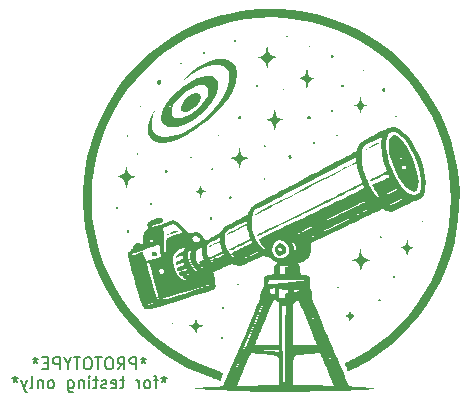
<source format=gbo>
%TF.GenerationSoftware,KiCad,Pcbnew,9.0.0*%
%TF.CreationDate,2025-03-26T19:28:16+01:00*%
%TF.ProjectId,attiny_pwm,61747469-6e79-45f7-9077-6d2e6b696361,1*%
%TF.SameCoordinates,Original*%
%TF.FileFunction,Legend,Bot*%
%TF.FilePolarity,Positive*%
%FSLAX46Y46*%
G04 Gerber Fmt 4.6, Leading zero omitted, Abs format (unit mm)*
G04 Created by KiCad (PCBNEW 9.0.0) date 2025-03-26 19:28:16*
%MOMM*%
%LPD*%
G01*
G04 APERTURE LIST*
%ADD10C,0.200000*%
%ADD11C,0.000000*%
G04 APERTURE END LIST*
D10*
X148836428Y-123697275D02*
X148836428Y-123935370D01*
X149074523Y-123840132D02*
X148836428Y-123935370D01*
X148836428Y-123935370D02*
X148598333Y-123840132D01*
X148979285Y-124125846D02*
X148836428Y-123935370D01*
X148836428Y-123935370D02*
X148693571Y-124125846D01*
X148217380Y-124697275D02*
X148217380Y-123697275D01*
X148217380Y-123697275D02*
X147836428Y-123697275D01*
X147836428Y-123697275D02*
X147741190Y-123744894D01*
X147741190Y-123744894D02*
X147693571Y-123792513D01*
X147693571Y-123792513D02*
X147645952Y-123887751D01*
X147645952Y-123887751D02*
X147645952Y-124030608D01*
X147645952Y-124030608D02*
X147693571Y-124125846D01*
X147693571Y-124125846D02*
X147741190Y-124173465D01*
X147741190Y-124173465D02*
X147836428Y-124221084D01*
X147836428Y-124221084D02*
X148217380Y-124221084D01*
X146645952Y-124697275D02*
X146979285Y-124221084D01*
X147217380Y-124697275D02*
X147217380Y-123697275D01*
X147217380Y-123697275D02*
X146836428Y-123697275D01*
X146836428Y-123697275D02*
X146741190Y-123744894D01*
X146741190Y-123744894D02*
X146693571Y-123792513D01*
X146693571Y-123792513D02*
X146645952Y-123887751D01*
X146645952Y-123887751D02*
X146645952Y-124030608D01*
X146645952Y-124030608D02*
X146693571Y-124125846D01*
X146693571Y-124125846D02*
X146741190Y-124173465D01*
X146741190Y-124173465D02*
X146836428Y-124221084D01*
X146836428Y-124221084D02*
X147217380Y-124221084D01*
X146026904Y-123697275D02*
X145836428Y-123697275D01*
X145836428Y-123697275D02*
X145741190Y-123744894D01*
X145741190Y-123744894D02*
X145645952Y-123840132D01*
X145645952Y-123840132D02*
X145598333Y-124030608D01*
X145598333Y-124030608D02*
X145598333Y-124363941D01*
X145598333Y-124363941D02*
X145645952Y-124554417D01*
X145645952Y-124554417D02*
X145741190Y-124649656D01*
X145741190Y-124649656D02*
X145836428Y-124697275D01*
X145836428Y-124697275D02*
X146026904Y-124697275D01*
X146026904Y-124697275D02*
X146122142Y-124649656D01*
X146122142Y-124649656D02*
X146217380Y-124554417D01*
X146217380Y-124554417D02*
X146264999Y-124363941D01*
X146264999Y-124363941D02*
X146264999Y-124030608D01*
X146264999Y-124030608D02*
X146217380Y-123840132D01*
X146217380Y-123840132D02*
X146122142Y-123744894D01*
X146122142Y-123744894D02*
X146026904Y-123697275D01*
X145312618Y-123697275D02*
X144741190Y-123697275D01*
X145026904Y-124697275D02*
X145026904Y-123697275D01*
X144217380Y-123697275D02*
X144026904Y-123697275D01*
X144026904Y-123697275D02*
X143931666Y-123744894D01*
X143931666Y-123744894D02*
X143836428Y-123840132D01*
X143836428Y-123840132D02*
X143788809Y-124030608D01*
X143788809Y-124030608D02*
X143788809Y-124363941D01*
X143788809Y-124363941D02*
X143836428Y-124554417D01*
X143836428Y-124554417D02*
X143931666Y-124649656D01*
X143931666Y-124649656D02*
X144026904Y-124697275D01*
X144026904Y-124697275D02*
X144217380Y-124697275D01*
X144217380Y-124697275D02*
X144312618Y-124649656D01*
X144312618Y-124649656D02*
X144407856Y-124554417D01*
X144407856Y-124554417D02*
X144455475Y-124363941D01*
X144455475Y-124363941D02*
X144455475Y-124030608D01*
X144455475Y-124030608D02*
X144407856Y-123840132D01*
X144407856Y-123840132D02*
X144312618Y-123744894D01*
X144312618Y-123744894D02*
X144217380Y-123697275D01*
X143503094Y-123697275D02*
X142931666Y-123697275D01*
X143217380Y-124697275D02*
X143217380Y-123697275D01*
X142407856Y-124221084D02*
X142407856Y-124697275D01*
X142741189Y-123697275D02*
X142407856Y-124221084D01*
X142407856Y-124221084D02*
X142074523Y-123697275D01*
X141741189Y-124697275D02*
X141741189Y-123697275D01*
X141741189Y-123697275D02*
X141360237Y-123697275D01*
X141360237Y-123697275D02*
X141264999Y-123744894D01*
X141264999Y-123744894D02*
X141217380Y-123792513D01*
X141217380Y-123792513D02*
X141169761Y-123887751D01*
X141169761Y-123887751D02*
X141169761Y-124030608D01*
X141169761Y-124030608D02*
X141217380Y-124125846D01*
X141217380Y-124125846D02*
X141264999Y-124173465D01*
X141264999Y-124173465D02*
X141360237Y-124221084D01*
X141360237Y-124221084D02*
X141741189Y-124221084D01*
X140741189Y-124173465D02*
X140407856Y-124173465D01*
X140264999Y-124697275D02*
X140741189Y-124697275D01*
X140741189Y-124697275D02*
X140741189Y-123697275D01*
X140741189Y-123697275D02*
X140264999Y-123697275D01*
X139693570Y-123697275D02*
X139693570Y-123935370D01*
X139931665Y-123840132D02*
X139693570Y-123935370D01*
X139693570Y-123935370D02*
X139455475Y-123840132D01*
X139836427Y-124125846D02*
X139693570Y-123935370D01*
X139693570Y-123935370D02*
X139550713Y-124125846D01*
X150550715Y-125307219D02*
X150550715Y-125545314D01*
X150788810Y-125450076D02*
X150550715Y-125545314D01*
X150550715Y-125545314D02*
X150312620Y-125450076D01*
X150693572Y-125735790D02*
X150550715Y-125545314D01*
X150550715Y-125545314D02*
X150407858Y-125735790D01*
X150074524Y-125640552D02*
X149693572Y-125640552D01*
X149931667Y-126307219D02*
X149931667Y-125450076D01*
X149931667Y-125450076D02*
X149884048Y-125354838D01*
X149884048Y-125354838D02*
X149788810Y-125307219D01*
X149788810Y-125307219D02*
X149693572Y-125307219D01*
X149217381Y-126307219D02*
X149312619Y-126259600D01*
X149312619Y-126259600D02*
X149360238Y-126211980D01*
X149360238Y-126211980D02*
X149407857Y-126116742D01*
X149407857Y-126116742D02*
X149407857Y-125831028D01*
X149407857Y-125831028D02*
X149360238Y-125735790D01*
X149360238Y-125735790D02*
X149312619Y-125688171D01*
X149312619Y-125688171D02*
X149217381Y-125640552D01*
X149217381Y-125640552D02*
X149074524Y-125640552D01*
X149074524Y-125640552D02*
X148979286Y-125688171D01*
X148979286Y-125688171D02*
X148931667Y-125735790D01*
X148931667Y-125735790D02*
X148884048Y-125831028D01*
X148884048Y-125831028D02*
X148884048Y-126116742D01*
X148884048Y-126116742D02*
X148931667Y-126211980D01*
X148931667Y-126211980D02*
X148979286Y-126259600D01*
X148979286Y-126259600D02*
X149074524Y-126307219D01*
X149074524Y-126307219D02*
X149217381Y-126307219D01*
X148455476Y-126307219D02*
X148455476Y-125640552D01*
X148455476Y-125831028D02*
X148407857Y-125735790D01*
X148407857Y-125735790D02*
X148360238Y-125688171D01*
X148360238Y-125688171D02*
X148265000Y-125640552D01*
X148265000Y-125640552D02*
X148169762Y-125640552D01*
X147217380Y-125640552D02*
X146836428Y-125640552D01*
X147074523Y-125307219D02*
X147074523Y-126164361D01*
X147074523Y-126164361D02*
X147026904Y-126259600D01*
X147026904Y-126259600D02*
X146931666Y-126307219D01*
X146931666Y-126307219D02*
X146836428Y-126307219D01*
X146122142Y-126259600D02*
X146217380Y-126307219D01*
X146217380Y-126307219D02*
X146407856Y-126307219D01*
X146407856Y-126307219D02*
X146503094Y-126259600D01*
X146503094Y-126259600D02*
X146550713Y-126164361D01*
X146550713Y-126164361D02*
X146550713Y-125783409D01*
X146550713Y-125783409D02*
X146503094Y-125688171D01*
X146503094Y-125688171D02*
X146407856Y-125640552D01*
X146407856Y-125640552D02*
X146217380Y-125640552D01*
X146217380Y-125640552D02*
X146122142Y-125688171D01*
X146122142Y-125688171D02*
X146074523Y-125783409D01*
X146074523Y-125783409D02*
X146074523Y-125878647D01*
X146074523Y-125878647D02*
X146550713Y-125973885D01*
X145693570Y-126259600D02*
X145598332Y-126307219D01*
X145598332Y-126307219D02*
X145407856Y-126307219D01*
X145407856Y-126307219D02*
X145312618Y-126259600D01*
X145312618Y-126259600D02*
X145264999Y-126164361D01*
X145264999Y-126164361D02*
X145264999Y-126116742D01*
X145264999Y-126116742D02*
X145312618Y-126021504D01*
X145312618Y-126021504D02*
X145407856Y-125973885D01*
X145407856Y-125973885D02*
X145550713Y-125973885D01*
X145550713Y-125973885D02*
X145645951Y-125926266D01*
X145645951Y-125926266D02*
X145693570Y-125831028D01*
X145693570Y-125831028D02*
X145693570Y-125783409D01*
X145693570Y-125783409D02*
X145645951Y-125688171D01*
X145645951Y-125688171D02*
X145550713Y-125640552D01*
X145550713Y-125640552D02*
X145407856Y-125640552D01*
X145407856Y-125640552D02*
X145312618Y-125688171D01*
X144979284Y-125640552D02*
X144598332Y-125640552D01*
X144836427Y-125307219D02*
X144836427Y-126164361D01*
X144836427Y-126164361D02*
X144788808Y-126259600D01*
X144788808Y-126259600D02*
X144693570Y-126307219D01*
X144693570Y-126307219D02*
X144598332Y-126307219D01*
X144264998Y-126307219D02*
X144264998Y-125640552D01*
X144264998Y-125307219D02*
X144312617Y-125354838D01*
X144312617Y-125354838D02*
X144264998Y-125402457D01*
X144264998Y-125402457D02*
X144217379Y-125354838D01*
X144217379Y-125354838D02*
X144264998Y-125307219D01*
X144264998Y-125307219D02*
X144264998Y-125402457D01*
X143788808Y-125640552D02*
X143788808Y-126307219D01*
X143788808Y-125735790D02*
X143741189Y-125688171D01*
X143741189Y-125688171D02*
X143645951Y-125640552D01*
X143645951Y-125640552D02*
X143503094Y-125640552D01*
X143503094Y-125640552D02*
X143407856Y-125688171D01*
X143407856Y-125688171D02*
X143360237Y-125783409D01*
X143360237Y-125783409D02*
X143360237Y-126307219D01*
X142455475Y-125640552D02*
X142455475Y-126450076D01*
X142455475Y-126450076D02*
X142503094Y-126545314D01*
X142503094Y-126545314D02*
X142550713Y-126592933D01*
X142550713Y-126592933D02*
X142645951Y-126640552D01*
X142645951Y-126640552D02*
X142788808Y-126640552D01*
X142788808Y-126640552D02*
X142884046Y-126592933D01*
X142455475Y-126259600D02*
X142550713Y-126307219D01*
X142550713Y-126307219D02*
X142741189Y-126307219D01*
X142741189Y-126307219D02*
X142836427Y-126259600D01*
X142836427Y-126259600D02*
X142884046Y-126211980D01*
X142884046Y-126211980D02*
X142931665Y-126116742D01*
X142931665Y-126116742D02*
X142931665Y-125831028D01*
X142931665Y-125831028D02*
X142884046Y-125735790D01*
X142884046Y-125735790D02*
X142836427Y-125688171D01*
X142836427Y-125688171D02*
X142741189Y-125640552D01*
X142741189Y-125640552D02*
X142550713Y-125640552D01*
X142550713Y-125640552D02*
X142455475Y-125688171D01*
X141074522Y-126307219D02*
X141169760Y-126259600D01*
X141169760Y-126259600D02*
X141217379Y-126211980D01*
X141217379Y-126211980D02*
X141264998Y-126116742D01*
X141264998Y-126116742D02*
X141264998Y-125831028D01*
X141264998Y-125831028D02*
X141217379Y-125735790D01*
X141217379Y-125735790D02*
X141169760Y-125688171D01*
X141169760Y-125688171D02*
X141074522Y-125640552D01*
X141074522Y-125640552D02*
X140931665Y-125640552D01*
X140931665Y-125640552D02*
X140836427Y-125688171D01*
X140836427Y-125688171D02*
X140788808Y-125735790D01*
X140788808Y-125735790D02*
X140741189Y-125831028D01*
X140741189Y-125831028D02*
X140741189Y-126116742D01*
X140741189Y-126116742D02*
X140788808Y-126211980D01*
X140788808Y-126211980D02*
X140836427Y-126259600D01*
X140836427Y-126259600D02*
X140931665Y-126307219D01*
X140931665Y-126307219D02*
X141074522Y-126307219D01*
X140312617Y-125640552D02*
X140312617Y-126307219D01*
X140312617Y-125735790D02*
X140264998Y-125688171D01*
X140264998Y-125688171D02*
X140169760Y-125640552D01*
X140169760Y-125640552D02*
X140026903Y-125640552D01*
X140026903Y-125640552D02*
X139931665Y-125688171D01*
X139931665Y-125688171D02*
X139884046Y-125783409D01*
X139884046Y-125783409D02*
X139884046Y-126307219D01*
X139264998Y-126307219D02*
X139360236Y-126259600D01*
X139360236Y-126259600D02*
X139407855Y-126164361D01*
X139407855Y-126164361D02*
X139407855Y-125307219D01*
X138979283Y-125640552D02*
X138741188Y-126307219D01*
X138503093Y-125640552D02*
X138741188Y-126307219D01*
X138741188Y-126307219D02*
X138836426Y-126545314D01*
X138836426Y-126545314D02*
X138884045Y-126592933D01*
X138884045Y-126592933D02*
X138979283Y-126640552D01*
X137979283Y-125307219D02*
X137979283Y-125545314D01*
X138217378Y-125450076D02*
X137979283Y-125545314D01*
X137979283Y-125545314D02*
X137741188Y-125450076D01*
X138122140Y-125735790D02*
X137979283Y-125545314D01*
X137979283Y-125545314D02*
X137836426Y-125735790D01*
D11*
%TO.C,G\u002A\u002A\u002A*%
G36*
X170083379Y-104171203D02*
G01*
X170180421Y-104194222D01*
X170278638Y-104234973D01*
X170328821Y-104259898D01*
X170670004Y-104468913D01*
X170988915Y-104737160D01*
X171290251Y-105070387D01*
X171578706Y-105474346D01*
X171858976Y-105954785D01*
X172087954Y-106414056D01*
X172301130Y-106919927D01*
X172474537Y-107436262D01*
X172605122Y-107948215D01*
X172689832Y-108440942D01*
X172725615Y-108899597D01*
X172709418Y-109309334D01*
X172699268Y-109386826D01*
X172637890Y-109696076D01*
X172551451Y-109934090D01*
X172430088Y-110115277D01*
X172263939Y-110254049D01*
X172043142Y-110364817D01*
X172025054Y-110372024D01*
X171937243Y-110410133D01*
X171784589Y-110480221D01*
X171580379Y-110576026D01*
X171337900Y-110691285D01*
X171070438Y-110819736D01*
X170894314Y-110904992D01*
X170593459Y-111050517D01*
X170359223Y-111161768D01*
X170180261Y-111243052D01*
X170045231Y-111298676D01*
X169942789Y-111332950D01*
X169861592Y-111350180D01*
X169790296Y-111354674D01*
X169719999Y-111350950D01*
X169548911Y-111319308D01*
X169361914Y-111260175D01*
X169280626Y-111225445D01*
X169144837Y-111165344D01*
X169052951Y-111143923D01*
X168973544Y-111156361D01*
X168932681Y-111172071D01*
X168873712Y-111199512D01*
X168743020Y-111261970D01*
X168547058Y-111356317D01*
X168292282Y-111479424D01*
X167985145Y-111628163D01*
X167632101Y-111799408D01*
X167239603Y-111990029D01*
X166814107Y-112196899D01*
X166362064Y-112416889D01*
X165923529Y-112630499D01*
X163040497Y-114035425D01*
X163031234Y-114449873D01*
X163010805Y-114748793D01*
X162958333Y-114983000D01*
X162864399Y-115171774D01*
X162719588Y-115334397D01*
X162527284Y-115481572D01*
X162363424Y-115584325D01*
X162236545Y-115641463D01*
X162117864Y-115664307D01*
X162057312Y-115666418D01*
X161861671Y-115666418D01*
X161970446Y-115795690D01*
X162031563Y-115885643D01*
X162071220Y-115996154D01*
X162097151Y-116153548D01*
X162107828Y-116263241D01*
X162123277Y-116430287D01*
X162138192Y-116565254D01*
X162149763Y-116643227D01*
X162151379Y-116649630D01*
X162199156Y-116677622D01*
X162309204Y-116703389D01*
X162445149Y-116720121D01*
X162643117Y-116739253D01*
X162776522Y-116769198D01*
X162857566Y-116825208D01*
X162898449Y-116922531D01*
X162911374Y-117076418D01*
X162908609Y-117299391D01*
X162905880Y-117515273D01*
X162911724Y-117661766D01*
X162928070Y-117756213D01*
X162956848Y-117815957D01*
X162967518Y-117828964D01*
X163053478Y-117959075D01*
X163105734Y-118130664D01*
X163128716Y-118361325D01*
X163130705Y-118477149D01*
X163133551Y-118617051D01*
X163145864Y-118737109D01*
X163173308Y-118858433D01*
X163221546Y-119002131D01*
X163296242Y-119189312D01*
X163366256Y-119355054D01*
X163509482Y-119690996D01*
X163673042Y-120075204D01*
X163853325Y-120499161D01*
X164046725Y-120954352D01*
X164249633Y-121432260D01*
X164458441Y-121924370D01*
X164669540Y-122422166D01*
X164879322Y-122917132D01*
X165084180Y-123400751D01*
X165280503Y-123864508D01*
X165464686Y-124299887D01*
X165633118Y-124698372D01*
X165782192Y-125051447D01*
X165908300Y-125350596D01*
X166007834Y-125587303D01*
X166077184Y-125753052D01*
X166080703Y-125761507D01*
X166236426Y-126135878D01*
X166738617Y-126161165D01*
X167027362Y-126177661D01*
X167318493Y-126197782D01*
X167599112Y-126220268D01*
X167856320Y-126243857D01*
X168077219Y-126267289D01*
X168248911Y-126289302D01*
X168358497Y-126308636D01*
X168393376Y-126322938D01*
X168350890Y-126347371D01*
X168227458Y-126371604D01*
X168029123Y-126395483D01*
X167761924Y-126418855D01*
X167431903Y-126441565D01*
X167045101Y-126463459D01*
X166607559Y-126484383D01*
X166125318Y-126504183D01*
X165604419Y-126522704D01*
X165050903Y-126539793D01*
X164470811Y-126555295D01*
X163870185Y-126569057D01*
X163255064Y-126580924D01*
X162631491Y-126590742D01*
X162005507Y-126598357D01*
X161383152Y-126603615D01*
X160770467Y-126606362D01*
X160173494Y-126606443D01*
X159598273Y-126603705D01*
X159050846Y-126597993D01*
X158537253Y-126589154D01*
X158237726Y-126582016D01*
X157522866Y-126561832D01*
X156846682Y-126540590D01*
X156213663Y-126518518D01*
X155628301Y-126495847D01*
X155095084Y-126472805D01*
X154618504Y-126449621D01*
X154203051Y-126426526D01*
X153853215Y-126403747D01*
X153573487Y-126381515D01*
X153368356Y-126360058D01*
X153242314Y-126339605D01*
X153202254Y-126324944D01*
X153231087Y-126311071D01*
X153336500Y-126293779D01*
X153508190Y-126273956D01*
X153735858Y-126252494D01*
X154009203Y-126230282D01*
X154317924Y-126208210D01*
X154651720Y-126187168D01*
X155000291Y-126168046D01*
X155043120Y-126165898D01*
X155588926Y-126138812D01*
X155596141Y-126121889D01*
X156737145Y-126121889D01*
X156778133Y-126121770D01*
X156891378Y-126118439D01*
X157062230Y-126112401D01*
X157276041Y-126104162D01*
X157422162Y-126098235D01*
X157686514Y-126089123D01*
X158010413Y-126080764D01*
X158366419Y-126073701D01*
X158727092Y-126068477D01*
X159064994Y-126065636D01*
X159069532Y-126065615D01*
X159357908Y-126063218D01*
X159623527Y-126058948D01*
X159851741Y-126053206D01*
X160027900Y-126046391D01*
X160137357Y-126038901D01*
X160158596Y-126035925D01*
X160285373Y-126010570D01*
X160295467Y-124894230D01*
X160305560Y-123777890D01*
X160193243Y-123652801D01*
X160156568Y-123613834D01*
X160117531Y-123582794D01*
X160064996Y-123557484D01*
X159987827Y-123535705D01*
X159874888Y-123515260D01*
X159715043Y-123493951D01*
X159497155Y-123469579D01*
X159210089Y-123439947D01*
X159014951Y-123420235D01*
X158720229Y-123391366D01*
X158455156Y-123367018D01*
X158231685Y-123348159D01*
X158061773Y-123335753D01*
X157957373Y-123330768D01*
X157929221Y-123332513D01*
X157909867Y-123373853D01*
X157861321Y-123484093D01*
X157788355Y-123652066D01*
X157695742Y-123866604D01*
X157588253Y-124116541D01*
X157470663Y-124390709D01*
X157347743Y-124677942D01*
X157224265Y-124967071D01*
X157105002Y-125246931D01*
X156994727Y-125506353D01*
X156898211Y-125734170D01*
X156820228Y-125919215D01*
X156765550Y-126050322D01*
X156738948Y-126116323D01*
X156737145Y-126121889D01*
X155596141Y-126121889D01*
X155863030Y-125495870D01*
X156302280Y-125495870D01*
X156318194Y-125531670D01*
X156331276Y-125524865D01*
X156336481Y-125473249D01*
X156331276Y-125466874D01*
X156305419Y-125472845D01*
X156302280Y-125495870D01*
X155863030Y-125495870D01*
X155914275Y-125375669D01*
X156358269Y-125375669D01*
X156360410Y-125390895D01*
X156379533Y-125362621D01*
X156417898Y-125285889D01*
X156477761Y-125155745D01*
X156561381Y-124967230D01*
X156671015Y-124715391D01*
X156808922Y-124395269D01*
X156977360Y-124001910D01*
X157054458Y-123821383D01*
X157376278Y-123066736D01*
X157383524Y-123049709D01*
X158551917Y-123049709D01*
X158579024Y-123062553D01*
X158692149Y-123079086D01*
X158891515Y-123099437D01*
X159177347Y-123123737D01*
X159499027Y-123148374D01*
X159735331Y-123166710D01*
X159939390Y-123184206D01*
X160096224Y-123199444D01*
X160190854Y-123211007D01*
X160211857Y-123215828D01*
X160254506Y-123217537D01*
X160283459Y-123163303D01*
X160284782Y-123114447D01*
X160274948Y-123089741D01*
X160246564Y-123070888D01*
X160189042Y-123057010D01*
X160091790Y-123047227D01*
X159944218Y-123040661D01*
X159735738Y-123036431D01*
X159455758Y-123033659D01*
X159299186Y-123032626D01*
X158984462Y-123032012D01*
X158754860Y-123034568D01*
X158610603Y-123040424D01*
X158551917Y-123049709D01*
X157383524Y-123049709D01*
X157563338Y-122627145D01*
X158259472Y-122627145D01*
X158302329Y-122641832D01*
X158428533Y-122652445D01*
X158634535Y-122658873D01*
X158916788Y-122661005D01*
X159270688Y-122658743D01*
X160281904Y-122647068D01*
X160291356Y-120874576D01*
X160292864Y-120488680D01*
X160293215Y-120128862D01*
X160292476Y-119804655D01*
X160290717Y-119525589D01*
X160288233Y-119319842D01*
X160608102Y-119319842D01*
X160608225Y-122005544D01*
X160609060Y-122793990D01*
X160611520Y-123497343D01*
X160615651Y-124117483D01*
X160621497Y-124656292D01*
X160629105Y-125115647D01*
X160638521Y-125497430D01*
X160649791Y-125803520D01*
X160662959Y-126035797D01*
X160678072Y-126196140D01*
X160695175Y-126286431D01*
X160712884Y-126309186D01*
X160734650Y-126259624D01*
X160754904Y-126130750D01*
X160764962Y-126017788D01*
X161521458Y-126017788D01*
X162249969Y-126023544D01*
X162565639Y-126027776D01*
X162919615Y-126035333D01*
X163273206Y-126045231D01*
X163587720Y-126056484D01*
X163652623Y-126059256D01*
X163919071Y-126070619D01*
X164185765Y-126081161D01*
X164426446Y-126089897D01*
X164614858Y-126095844D01*
X164659633Y-126096993D01*
X164992500Y-126104774D01*
X164496693Y-124919586D01*
X164365804Y-124607384D01*
X164241112Y-124311232D01*
X164127872Y-124043518D01*
X164031341Y-123816627D01*
X163956776Y-123642946D01*
X163909432Y-123534862D01*
X163904036Y-123522957D01*
X163807185Y-123311517D01*
X163588551Y-123334901D01*
X163475742Y-123346397D01*
X163294422Y-123364207D01*
X163062692Y-123386583D01*
X162798654Y-123411777D01*
X162527555Y-123437369D01*
X162236625Y-123465243D01*
X162020575Y-123488016D01*
X161867617Y-123508010D01*
X161765963Y-123527549D01*
X161703823Y-123548954D01*
X161669409Y-123574547D01*
X161650933Y-123606650D01*
X161649501Y-123610327D01*
X161602262Y-123697073D01*
X161567634Y-123732739D01*
X161551218Y-123787365D01*
X161538375Y-123928445D01*
X161529122Y-124155520D01*
X161523479Y-124468128D01*
X161521464Y-124865812D01*
X161521458Y-124889532D01*
X161521458Y-126017788D01*
X160764962Y-126017788D01*
X160772757Y-125930235D01*
X160787297Y-125666346D01*
X160792547Y-125511816D01*
X160798503Y-125279741D01*
X160805002Y-124979558D01*
X160806728Y-124889532D01*
X160811883Y-124620703D01*
X160818981Y-124212613D01*
X160826135Y-123764725D01*
X160833181Y-123286475D01*
X160836005Y-123078453D01*
X161751611Y-123078453D01*
X161813104Y-123090283D01*
X161928945Y-123095708D01*
X162082933Y-123094695D01*
X162258864Y-123087208D01*
X162440534Y-123073213D01*
X162543547Y-123061927D01*
X162646758Y-123048047D01*
X162688123Y-123038550D01*
X162661714Y-123032464D01*
X162561604Y-123028814D01*
X162381862Y-123026628D01*
X162326082Y-123026212D01*
X162122506Y-123028142D01*
X161944654Y-123035964D01*
X161814587Y-123048351D01*
X161760671Y-123060253D01*
X161751611Y-123078453D01*
X160836005Y-123078453D01*
X160839957Y-122787300D01*
X160846299Y-122276636D01*
X160847437Y-122179517D01*
X160862195Y-120907229D01*
X161521458Y-120907229D01*
X161521458Y-122668815D01*
X162521801Y-122668815D01*
X162806322Y-122668028D01*
X163059372Y-122665822D01*
X163268809Y-122662426D01*
X163422492Y-122658071D01*
X163508279Y-122652987D01*
X163522143Y-122649839D01*
X163509639Y-122608388D01*
X163471265Y-122505209D01*
X163405731Y-122337047D01*
X163311746Y-122100648D01*
X163188019Y-121792761D01*
X163033260Y-121410130D01*
X162899773Y-121081315D01*
X162680089Y-120542739D01*
X162490697Y-120082624D01*
X162484319Y-120067328D01*
X163050954Y-120067328D01*
X163051080Y-120095314D01*
X163082652Y-120192642D01*
X163144538Y-120355860D01*
X163235605Y-120581513D01*
X163354721Y-120866148D01*
X163365096Y-120890582D01*
X163472618Y-121143727D01*
X163605148Y-121456010D01*
X163753794Y-121806464D01*
X163909664Y-122174118D01*
X164063865Y-122538003D01*
X164174537Y-122799294D01*
X164380220Y-123282969D01*
X164565924Y-123715514D01*
X164729805Y-124092796D01*
X164870019Y-124410678D01*
X164984721Y-124665026D01*
X165072070Y-124851704D01*
X165130219Y-124966579D01*
X165157325Y-125005515D01*
X165158205Y-125005128D01*
X165146330Y-124962499D01*
X165104448Y-124851850D01*
X165037307Y-124684903D01*
X164949657Y-124473379D01*
X164846245Y-124228999D01*
X164800738Y-124122829D01*
X164689308Y-123862342D01*
X164552292Y-123539714D01*
X164397377Y-123173176D01*
X164232246Y-122780961D01*
X164064584Y-122381300D01*
X163902075Y-121992425D01*
X163839597Y-121842445D01*
X163698125Y-121503867D01*
X163562994Y-121183066D01*
X163438847Y-120890874D01*
X163330329Y-120638118D01*
X163242082Y-120435630D01*
X163178751Y-120294238D01*
X163149567Y-120233199D01*
X163083405Y-120112138D01*
X163050954Y-120067328D01*
X162484319Y-120067328D01*
X162330453Y-119698325D01*
X162198212Y-119387194D01*
X162092832Y-119146586D01*
X162013167Y-118973854D01*
X161958074Y-118866352D01*
X161926410Y-118821433D01*
X161922119Y-118819671D01*
X161870200Y-118846762D01*
X161778454Y-118916573D01*
X161701865Y-118982657D01*
X161521458Y-119145643D01*
X161521458Y-120907229D01*
X160862195Y-120907229D01*
X160880609Y-119319842D01*
X160744356Y-119319842D01*
X160608102Y-119319842D01*
X160288233Y-119319842D01*
X160288008Y-119301195D01*
X160284521Y-119145643D01*
X160284417Y-119141006D01*
X160280012Y-119054553D01*
X160278090Y-119042882D01*
X160223911Y-118981237D01*
X160149032Y-118935228D01*
X160069731Y-118876893D01*
X160042691Y-118820604D01*
X160006947Y-118765325D01*
X159963614Y-118754431D01*
X159915718Y-118777713D01*
X159859020Y-118854375D01*
X159787333Y-118994643D01*
X159707072Y-119178490D01*
X159648231Y-119318352D01*
X159560537Y-119525796D01*
X159449264Y-119788391D01*
X159319688Y-120093707D01*
X159177084Y-120429314D01*
X159026726Y-120782781D01*
X158894540Y-121093210D01*
X158750815Y-121431693D01*
X158618478Y-121745525D01*
X158501299Y-122025600D01*
X158403048Y-122262811D01*
X158327494Y-122448053D01*
X158278409Y-122572220D01*
X158259562Y-122626205D01*
X158259472Y-122627145D01*
X157563338Y-122627145D01*
X157664807Y-122388694D01*
X157921364Y-121784057D01*
X158147268Y-121249625D01*
X158343839Y-120782200D01*
X158512395Y-120378581D01*
X158654257Y-120035568D01*
X158770743Y-119749963D01*
X158863172Y-119518566D01*
X158932864Y-119338177D01*
X158981139Y-119205596D01*
X159009314Y-119117624D01*
X159018711Y-119071062D01*
X159016764Y-119062294D01*
X159000878Y-119053066D01*
X158981667Y-119060723D01*
X158955864Y-119092338D01*
X158920201Y-119154985D01*
X158871411Y-119255737D01*
X158806227Y-119401667D01*
X158721382Y-119599849D01*
X158613607Y-119857356D01*
X158479636Y-120181262D01*
X158316201Y-120578639D01*
X158315172Y-120581144D01*
X158255881Y-120724568D01*
X158169451Y-120932360D01*
X158062484Y-121188711D01*
X157941584Y-121477812D01*
X157813351Y-121783854D01*
X157715542Y-122016887D01*
X157550936Y-122410074D01*
X157384041Y-122811163D01*
X157218445Y-123211337D01*
X157057734Y-123601782D01*
X156905496Y-123973681D01*
X156765317Y-124318219D01*
X156640783Y-124626580D01*
X156535482Y-124889948D01*
X156453001Y-125099508D01*
X156396925Y-125246444D01*
X156370854Y-125321897D01*
X156358269Y-125375669D01*
X155914275Y-125375669D01*
X156018020Y-125132324D01*
X156374485Y-124296249D01*
X156698443Y-123536432D01*
X156991445Y-122849088D01*
X157255040Y-122230431D01*
X157490779Y-121676677D01*
X157700212Y-121184042D01*
X157884890Y-120748739D01*
X158046361Y-120366985D01*
X158186177Y-120034995D01*
X158305888Y-119748984D01*
X158407044Y-119505167D01*
X158491195Y-119299760D01*
X158559892Y-119128977D01*
X158614684Y-118989033D01*
X158657122Y-118876145D01*
X158688756Y-118786527D01*
X158711136Y-118716395D01*
X158725812Y-118661963D01*
X158733432Y-118623952D01*
X160347143Y-118623952D01*
X160564609Y-118623952D01*
X160782075Y-118623952D01*
X160782075Y-118449979D01*
X160787227Y-118338427D01*
X160815149Y-118288837D01*
X160884536Y-118276281D01*
X160912554Y-118276007D01*
X161000218Y-118267521D01*
X161036175Y-118224478D01*
X161043034Y-118123781D01*
X161038036Y-118049452D01*
X161545131Y-118049452D01*
X161555481Y-118144212D01*
X161555638Y-118145280D01*
X161590199Y-118242895D01*
X161642491Y-118273527D01*
X161692303Y-118231375D01*
X161708033Y-118189020D01*
X161745108Y-118128972D01*
X161830226Y-118104143D01*
X161897952Y-118101368D01*
X162052896Y-118092432D01*
X162124701Y-118071744D01*
X162115205Y-118046134D01*
X162026249Y-118022427D01*
X161872803Y-118008026D01*
X161717998Y-118002214D01*
X161602277Y-118000539D01*
X161548174Y-118003287D01*
X161546892Y-118003927D01*
X161545131Y-118049452D01*
X161038036Y-118049452D01*
X161036170Y-118021707D01*
X160998538Y-117979843D01*
X160904578Y-117971565D01*
X160896878Y-117971555D01*
X160759359Y-117965330D01*
X160595455Y-117949809D01*
X160548933Y-117943896D01*
X160347143Y-117916238D01*
X160347143Y-118270095D01*
X160347143Y-118623952D01*
X158733432Y-118623952D01*
X158734335Y-118619447D01*
X158738255Y-118585062D01*
X158739122Y-118555023D01*
X158738486Y-118525545D01*
X158737898Y-118492845D01*
X158737897Y-118491785D01*
X158757266Y-118271241D01*
X159520774Y-118271241D01*
X159727366Y-118287531D01*
X159854875Y-118298669D01*
X159943133Y-118308379D01*
X159962553Y-118311660D01*
X159980595Y-118276877D01*
X159981748Y-118270095D01*
X159997260Y-118178893D01*
X160006046Y-118080228D01*
X160011190Y-117947593D01*
X159994954Y-117871681D01*
X159940592Y-117841515D01*
X159831360Y-117846115D01*
X159683873Y-117868991D01*
X159582007Y-117891000D01*
X159534906Y-117930487D01*
X159521466Y-118015220D01*
X159520774Y-118083595D01*
X159520774Y-118271241D01*
X158757266Y-118271241D01*
X158763121Y-118204574D01*
X158804781Y-118083595D01*
X158840960Y-117978530D01*
X158941414Y-117836733D01*
X158998152Y-117766485D01*
X159025775Y-117694557D01*
X159029910Y-117592091D01*
X159017730Y-117445294D01*
X159017648Y-117442968D01*
X159393541Y-117442968D01*
X159408157Y-117468734D01*
X159449780Y-117483697D01*
X159528092Y-117488311D01*
X159652774Y-117483029D01*
X159833510Y-117468305D01*
X160079980Y-117444593D01*
X160401866Y-117412344D01*
X160459817Y-117406542D01*
X160858248Y-117365909D01*
X161234812Y-117325990D01*
X161580279Y-117287880D01*
X161885419Y-117252672D01*
X162140999Y-117221461D01*
X162337789Y-117195339D01*
X162466559Y-117175401D01*
X162518077Y-117162741D01*
X162518176Y-117162649D01*
X162480587Y-117158628D01*
X162365610Y-117154934D01*
X162182844Y-117151676D01*
X161941889Y-117148962D01*
X161652343Y-117146903D01*
X161323804Y-117145608D01*
X160985043Y-117145185D01*
X160625069Y-117146213D01*
X160295217Y-117149138D01*
X160005095Y-117153727D01*
X159764312Y-117159742D01*
X159582476Y-117166949D01*
X159469196Y-117175110D01*
X159433787Y-117183241D01*
X159425885Y-117249514D01*
X159406855Y-117355957D01*
X159406604Y-117357214D01*
X159396251Y-117405946D01*
X159393541Y-117442968D01*
X159017648Y-117442968D01*
X159010047Y-117228135D01*
X159029805Y-117034969D01*
X159072998Y-116884152D01*
X159135623Y-116794045D01*
X159162925Y-116779765D01*
X159238400Y-116762829D01*
X159368085Y-116738628D01*
X159522611Y-116712079D01*
X159672611Y-116688097D01*
X159788715Y-116671598D01*
X159836099Y-116667089D01*
X159852461Y-116627168D01*
X159864222Y-116522722D01*
X159864732Y-116506679D01*
X160358699Y-116506679D01*
X160363338Y-116611726D01*
X160400809Y-116659731D01*
X160485068Y-116665598D01*
X160630073Y-116644229D01*
X160662469Y-116638844D01*
X160825568Y-116611886D01*
X160825568Y-116317649D01*
X160825568Y-116023412D01*
X161227880Y-115978142D01*
X161383910Y-115960371D01*
X161477267Y-115948526D01*
X161503476Y-115942058D01*
X161458063Y-115940417D01*
X161336553Y-115943057D01*
X161134474Y-115949429D01*
X161023669Y-115953114D01*
X160804554Y-115961060D01*
X160619586Y-115968974D01*
X160484603Y-115976085D01*
X160415441Y-115981621D01*
X160409750Y-115982986D01*
X160402759Y-116027649D01*
X160390874Y-116137391D01*
X160376390Y-116290603D01*
X160372935Y-116329688D01*
X160358699Y-116506679D01*
X159864732Y-116506679D01*
X159868878Y-116376188D01*
X159868881Y-116373181D01*
X159895734Y-116102610D01*
X159975761Y-115899895D01*
X160108676Y-115765716D01*
X160132885Y-115751688D01*
X160184298Y-115718939D01*
X160182644Y-115690788D01*
X160117689Y-115652709D01*
X160037352Y-115616053D01*
X159885955Y-115530480D01*
X159732754Y-115416802D01*
X159685869Y-115374455D01*
X159545239Y-115264251D01*
X159412377Y-115206553D01*
X159391585Y-115203151D01*
X159253931Y-115174913D01*
X159116292Y-115129193D01*
X159069356Y-115111843D01*
X159021528Y-115104123D01*
X158962185Y-115109812D01*
X158880708Y-115132692D01*
X158766475Y-115176544D01*
X158608866Y-115245147D01*
X158397259Y-115342284D01*
X158121034Y-115471734D01*
X158018795Y-115519877D01*
X157746986Y-115645843D01*
X157496172Y-115758160D01*
X157278636Y-115851642D01*
X157106664Y-115921097D01*
X156992540Y-115961338D01*
X156954678Y-115969372D01*
X156856030Y-115952718D01*
X156713786Y-115910249D01*
X156598335Y-115866966D01*
X156350725Y-115765127D01*
X156163403Y-115849717D01*
X156054263Y-115897260D01*
X155885336Y-115968766D01*
X155677444Y-116055507D01*
X155451411Y-116148756D01*
X155388924Y-116174345D01*
X155178561Y-116261385D01*
X154997254Y-116338368D01*
X154860159Y-116398708D01*
X154782431Y-116435818D01*
X154771276Y-116442757D01*
X154766600Y-116495719D01*
X154782689Y-116608858D01*
X154816092Y-116758801D01*
X154820413Y-116775538D01*
X154868284Y-116989574D01*
X154910101Y-117229758D01*
X154931509Y-117396049D01*
X154940103Y-117625598D01*
X154908959Y-117789273D01*
X154832483Y-117901203D01*
X154705083Y-117975520D01*
X154701632Y-117976852D01*
X154623769Y-118003685D01*
X154469249Y-118054212D01*
X154244513Y-118126407D01*
X153956003Y-118218244D01*
X153610157Y-118327695D01*
X153213416Y-118452734D01*
X152772222Y-118591335D01*
X152293014Y-118741471D01*
X151782232Y-118901116D01*
X151246318Y-119068242D01*
X150691711Y-119240824D01*
X150159889Y-119405967D01*
X149800685Y-119514776D01*
X149512922Y-119591400D01*
X149285804Y-119632003D01*
X149108536Y-119632749D01*
X148970321Y-119589800D01*
X148860364Y-119499321D01*
X148767869Y-119357475D01*
X148708007Y-119220042D01*
X149212897Y-119220042D01*
X149249749Y-119230133D01*
X149343381Y-119216694D01*
X149468410Y-119184750D01*
X149577747Y-119147818D01*
X149657301Y-119107990D01*
X149679595Y-119076407D01*
X149678424Y-119074982D01*
X149628506Y-119074236D01*
X149528731Y-119096172D01*
X149408617Y-119131589D01*
X149297683Y-119171292D01*
X149225445Y-119206082D01*
X149212897Y-119220042D01*
X148708007Y-119220042D01*
X148682039Y-119160425D01*
X148592079Y-118904336D01*
X148571230Y-118841418D01*
X148464937Y-118510738D01*
X148350931Y-118141343D01*
X148232662Y-117745691D01*
X148113580Y-117336237D01*
X147997136Y-116925439D01*
X147886779Y-116525755D01*
X147785961Y-116149640D01*
X147698130Y-115809552D01*
X147683612Y-115750252D01*
X149134817Y-115750252D01*
X149137728Y-115764277D01*
X149155363Y-115830996D01*
X149195452Y-115975152D01*
X149256250Y-116190629D01*
X149336011Y-116471313D01*
X149432989Y-116811086D01*
X149545438Y-117203835D01*
X149671613Y-117643443D01*
X149809767Y-118123796D01*
X149958155Y-118638778D01*
X149975832Y-118700065D01*
X150032350Y-118852225D01*
X150089890Y-118923431D01*
X150109177Y-118928404D01*
X150152836Y-118909550D01*
X150157276Y-118839172D01*
X150148389Y-118787051D01*
X150128715Y-118702672D01*
X150125975Y-118691757D01*
X150481968Y-118691757D01*
X150487056Y-118749650D01*
X150503194Y-118768929D01*
X150525795Y-118785399D01*
X150560500Y-118792178D01*
X150619049Y-118786712D01*
X150713183Y-118766447D01*
X150854640Y-118728828D01*
X151055162Y-118671301D01*
X151326489Y-118591312D01*
X151345669Y-118585626D01*
X151632774Y-118498898D01*
X151938551Y-118403831D01*
X152233025Y-118309911D01*
X152486222Y-118226626D01*
X152571529Y-118197622D01*
X152806809Y-118118305D01*
X153092744Y-118024607D01*
X153396660Y-117927093D01*
X153685881Y-117836332D01*
X153745845Y-117817844D01*
X153974800Y-117745628D01*
X154175255Y-117678818D01*
X154331979Y-117622773D01*
X154429738Y-117582850D01*
X154453821Y-117568796D01*
X154468205Y-117539165D01*
X154431859Y-117546514D01*
X154375111Y-117563818D01*
X154245464Y-117602054D01*
X154053616Y-117658107D01*
X153810264Y-117728863D01*
X153526105Y-117811208D01*
X153211838Y-117902029D01*
X153061824Y-117945302D01*
X152705946Y-118048237D01*
X152347247Y-118152607D01*
X152002449Y-118253501D01*
X151688273Y-118346008D01*
X151421442Y-118425219D01*
X151218677Y-118486223D01*
X151191835Y-118494413D01*
X150977754Y-118558269D01*
X150789026Y-118611495D01*
X150643512Y-118649272D01*
X150559072Y-118666783D01*
X150550311Y-118667438D01*
X150481968Y-118691757D01*
X150125975Y-118691757D01*
X150090268Y-118549489D01*
X150036968Y-118342673D01*
X149972730Y-118097397D01*
X149901473Y-117828831D01*
X149887306Y-117775836D01*
X149805685Y-117470038D01*
X149759821Y-117297411D01*
X150822143Y-117297411D01*
X150856958Y-117355073D01*
X150887383Y-117362651D01*
X150945045Y-117327836D01*
X150952623Y-117297411D01*
X150917808Y-117239749D01*
X150887383Y-117232171D01*
X150829721Y-117266986D01*
X150822143Y-117297411D01*
X149759821Y-117297411D01*
X149721221Y-117152128D01*
X149640397Y-116846608D01*
X149569696Y-116577983D01*
X149526438Y-116412339D01*
X150169746Y-116412339D01*
X150204526Y-116533888D01*
X150295259Y-116604130D01*
X150421530Y-116613411D01*
X150520551Y-116578244D01*
X150588584Y-116502361D01*
X150596668Y-116400077D01*
X150554763Y-116296755D01*
X150472830Y-116217756D01*
X150367423Y-116188336D01*
X150246756Y-116223106D01*
X150180839Y-116323464D01*
X150169746Y-116412339D01*
X149526438Y-116412339D01*
X149519052Y-116384055D01*
X149449974Y-116121706D01*
X149396448Y-115932164D01*
X149353414Y-115803727D01*
X149315810Y-115724691D01*
X149278579Y-115683355D01*
X149236659Y-115668015D01*
X149208759Y-115666418D01*
X149141125Y-115683496D01*
X149134817Y-115750252D01*
X147683612Y-115750252D01*
X147656080Y-115637796D01*
X151350481Y-115637796D01*
X151403139Y-115977901D01*
X151528843Y-116325357D01*
X151686061Y-116608793D01*
X151885357Y-116867568D01*
X152099963Y-117044801D01*
X152339160Y-117145728D01*
X152612227Y-117175584D01*
X152685488Y-117172649D01*
X152836442Y-117156530D01*
X152953608Y-117132659D01*
X153006070Y-117109820D01*
X153005957Y-117087044D01*
X152928504Y-117093686D01*
X152867329Y-117106308D01*
X152608574Y-117126305D01*
X152375996Y-117063611D01*
X152252635Y-116989431D01*
X152112308Y-116885900D01*
X152282722Y-116815280D01*
X152434495Y-116752405D01*
X152583309Y-116690784D01*
X152601167Y-116683393D01*
X152691356Y-116638870D01*
X152729120Y-116605406D01*
X152727652Y-116600580D01*
X152680274Y-116605855D01*
X152573783Y-116639088D01*
X152428861Y-116693605D01*
X152388503Y-116710003D01*
X152210159Y-116778587D01*
X152089833Y-116805412D01*
X152007390Y-116786911D01*
X151942694Y-116719516D01*
X151886590Y-116621071D01*
X151825950Y-116503806D01*
X152139543Y-116406360D01*
X152339526Y-116339894D01*
X152460013Y-116288417D01*
X152506549Y-116248613D01*
X152484676Y-116217164D01*
X152468040Y-116209783D01*
X152393682Y-116212069D01*
X152273535Y-116244939D01*
X152188935Y-116277777D01*
X152004118Y-116357782D01*
X151883126Y-116405310D01*
X151809267Y-116420804D01*
X151765850Y-116404708D01*
X151736184Y-116357465D01*
X151708227Y-116290553D01*
X151671222Y-116175269D01*
X151688648Y-116103960D01*
X151772685Y-116056475D01*
X151865979Y-116029553D01*
X151979042Y-115991518D01*
X152104363Y-115936085D01*
X152215837Y-115876639D01*
X152287358Y-115826567D01*
X152300244Y-115806886D01*
X152278893Y-115745611D01*
X152262768Y-115717079D01*
X152202090Y-115685765D01*
X152083905Y-115699508D01*
X151902322Y-115759459D01*
X151772323Y-115812964D01*
X151668434Y-115853565D01*
X151616367Y-115855882D01*
X151589900Y-115820047D01*
X151587477Y-115813914D01*
X151561412Y-115692494D01*
X151581450Y-115606998D01*
X151633443Y-115579431D01*
X151710289Y-115561593D01*
X151833803Y-115515518D01*
X151937895Y-115469424D01*
X152067996Y-115404292D01*
X152137485Y-115351283D01*
X152165313Y-115287356D01*
X152170430Y-115189472D01*
X152170431Y-115186719D01*
X152168383Y-115143480D01*
X152612709Y-115143480D01*
X152617785Y-115205126D01*
X152693969Y-115553272D01*
X152841100Y-115878122D01*
X153048599Y-116163517D01*
X153305885Y-116393302D01*
X153456394Y-116485743D01*
X153569064Y-116539690D01*
X153651196Y-116569657D01*
X153688482Y-116572645D01*
X153666610Y-116545658D01*
X153633521Y-116522850D01*
X153330187Y-116300587D01*
X153103771Y-116065797D01*
X152944242Y-115803529D01*
X152841565Y-115498833D01*
X152802363Y-115284295D01*
X152796886Y-115010624D01*
X152807459Y-114959558D01*
X153257132Y-114959558D01*
X153276174Y-115179100D01*
X153325576Y-115405203D01*
X153399868Y-115602871D01*
X153403383Y-115609895D01*
X153484734Y-115739728D01*
X153594926Y-115876770D01*
X153715539Y-116002227D01*
X153828155Y-116097304D01*
X153914353Y-116143208D01*
X153927663Y-116144842D01*
X153931123Y-116124614D01*
X153877000Y-116077597D01*
X153801337Y-116002756D01*
X153713881Y-115886471D01*
X153632962Y-115757336D01*
X153576908Y-115643950D01*
X153562212Y-115586483D01*
X153592339Y-115538763D01*
X153607102Y-115535938D01*
X153674223Y-115520281D01*
X153781230Y-115481774D01*
X153801441Y-115473495D01*
X153950889Y-115411051D01*
X153865283Y-115162234D01*
X153816094Y-114975917D01*
X153785139Y-114775300D01*
X153779678Y-114676298D01*
X153777777Y-114540824D01*
X153765013Y-114473512D01*
X153730789Y-114455540D01*
X153664510Y-114468085D01*
X153662724Y-114468533D01*
X153502120Y-114535043D01*
X153366466Y-114637610D01*
X153283051Y-114754265D01*
X153273921Y-114781576D01*
X153257132Y-114959558D01*
X152807459Y-114959558D01*
X152850792Y-114750260D01*
X152957533Y-114529434D01*
X153006776Y-114465640D01*
X153047357Y-114414502D01*
X154179287Y-114414502D01*
X154187696Y-114646152D01*
X154234331Y-114890941D01*
X154311622Y-115109331D01*
X154385936Y-115245588D01*
X154482783Y-115388885D01*
X154586379Y-115519621D01*
X154680944Y-115618191D01*
X154750697Y-115664994D01*
X154760117Y-115666418D01*
X154757854Y-115639457D01*
X154707136Y-115573064D01*
X154693195Y-115557856D01*
X154629875Y-115481280D01*
X154608073Y-115435573D01*
X154609500Y-115432981D01*
X154655229Y-115411212D01*
X154764036Y-115365466D01*
X154917895Y-115303200D01*
X155040979Y-115254473D01*
X155277663Y-115160388D01*
X155443476Y-115090608D01*
X155549106Y-115039195D01*
X155605242Y-115000211D01*
X155622571Y-114967717D01*
X155612499Y-114936918D01*
X155575986Y-114923265D01*
X155494776Y-114940366D01*
X155359516Y-114991424D01*
X155160856Y-115079643D01*
X155064504Y-115124657D01*
X154815524Y-115237108D01*
X154638345Y-115305791D01*
X154534044Y-115330324D01*
X154507190Y-115323999D01*
X154479075Y-115275124D01*
X154498513Y-115223083D01*
X154573439Y-115162012D01*
X154711785Y-115086048D01*
X154921485Y-114989326D01*
X155014842Y-114948781D01*
X155239424Y-114848841D01*
X155390053Y-114772952D01*
X155474863Y-114716382D01*
X155501989Y-114674401D01*
X155500852Y-114666075D01*
X155479987Y-114594293D01*
X155443410Y-114464728D01*
X155398478Y-114303472D01*
X155391567Y-114278504D01*
X155347037Y-114123024D01*
X155309967Y-114003637D01*
X155287196Y-113942142D01*
X155284969Y-113938719D01*
X155241403Y-113949654D01*
X155137711Y-113993028D01*
X154991031Y-114061320D01*
X154872410Y-114119697D01*
X154702133Y-114203137D01*
X154559284Y-114269278D01*
X154462569Y-114309674D01*
X154432944Y-114318130D01*
X154386526Y-114301081D01*
X154403264Y-114262979D01*
X154469393Y-114223397D01*
X154508188Y-114211136D01*
X154599760Y-114176043D01*
X154740261Y-114107993D01*
X154904456Y-114019491D01*
X154964866Y-113984822D01*
X155131463Y-113883346D01*
X155233948Y-113808021D01*
X155286136Y-113746341D01*
X155301842Y-113685801D01*
X155301938Y-113679721D01*
X155301860Y-113631798D01*
X155300888Y-113628277D01*
X155715082Y-113628277D01*
X155732444Y-113867657D01*
X155769310Y-114100266D01*
X155817944Y-114282920D01*
X155930279Y-114555442D01*
X156072348Y-114809089D01*
X156230233Y-115022646D01*
X156390017Y-115174900D01*
X156414169Y-115191720D01*
X156587869Y-115305485D01*
X156703694Y-115379277D01*
X156776033Y-115421546D01*
X156819273Y-115440742D01*
X156845945Y-115445293D01*
X156843867Y-115423999D01*
X156795586Y-115379406D01*
X157193435Y-115379406D01*
X157245523Y-115364932D01*
X157356934Y-115319981D01*
X157533250Y-115242245D01*
X157780053Y-115129416D01*
X157889780Y-115078579D01*
X158076277Y-114992620D01*
X158258687Y-114909674D01*
X158403613Y-114844903D01*
X158428727Y-114833911D01*
X158535383Y-114782071D01*
X158594633Y-114742365D01*
X158599164Y-114730310D01*
X158555097Y-114740518D01*
X158448160Y-114781355D01*
X158293890Y-114845790D01*
X158107829Y-114926790D01*
X157905515Y-115017323D01*
X157702488Y-115110356D01*
X157514288Y-115198859D01*
X157356453Y-115275798D01*
X157244524Y-115334141D01*
X157195086Y-115365710D01*
X157193435Y-115379406D01*
X156795586Y-115379406D01*
X156785222Y-115369834D01*
X156758958Y-115349727D01*
X156649764Y-115259134D01*
X156531543Y-115146132D01*
X156422360Y-115030056D01*
X156340279Y-114930239D01*
X156303361Y-114866013D01*
X156302823Y-114861521D01*
X156340337Y-114831169D01*
X156445685Y-114770521D01*
X156607582Y-114685432D01*
X156814742Y-114581757D01*
X157055880Y-114465351D01*
X157172143Y-114410528D01*
X157424738Y-114290978D01*
X157648504Y-114182589D01*
X157832168Y-114091027D01*
X157964459Y-114021956D01*
X158034106Y-113981043D01*
X158042006Y-113973309D01*
X158019040Y-113917771D01*
X157985700Y-113866313D01*
X157962590Y-113843993D01*
X157927770Y-113835877D01*
X157871340Y-113845907D01*
X157783399Y-113878024D01*
X157654048Y-113936171D01*
X157473387Y-114024288D01*
X157231517Y-114146317D01*
X157050719Y-114238565D01*
X156761709Y-114385277D01*
X156540248Y-114494760D01*
X156377191Y-114570827D01*
X156263390Y-114617289D01*
X156189698Y-114637958D01*
X156146967Y-114636644D01*
X156129096Y-114622582D01*
X156087929Y-114532496D01*
X156116617Y-114493725D01*
X156134721Y-114492103D01*
X156187009Y-114473770D01*
X156305189Y-114422487D01*
X156477160Y-114343823D01*
X156690822Y-114243348D01*
X156934076Y-114126631D01*
X157031503Y-114079301D01*
X157309915Y-113942979D01*
X157519098Y-113838314D01*
X157668325Y-113759490D01*
X157766871Y-113700692D01*
X157824007Y-113656104D01*
X157849007Y-113619911D01*
X157851145Y-113586298D01*
X157846413Y-113568256D01*
X157790680Y-113385402D01*
X157734029Y-113180260D01*
X157682083Y-112975615D01*
X157640462Y-112794247D01*
X157614789Y-112658940D01*
X157609329Y-112607399D01*
X157597288Y-112524095D01*
X157572128Y-112498667D01*
X157524409Y-112522032D01*
X157411402Y-112578876D01*
X157245253Y-112663043D01*
X157038106Y-112768377D01*
X156802107Y-112888723D01*
X156745280Y-112917747D01*
X156503919Y-113038433D01*
X156287332Y-113141757D01*
X156107844Y-113222244D01*
X155977779Y-113274417D01*
X155909463Y-113292803D01*
X155903716Y-113291637D01*
X155925778Y-113263909D01*
X156016472Y-113203439D01*
X156166287Y-113115703D01*
X156365713Y-113006177D01*
X156605240Y-112880336D01*
X156719691Y-112821814D01*
X157001945Y-112677906D01*
X157215742Y-112566439D01*
X157370609Y-112481323D01*
X157447712Y-112433907D01*
X158012438Y-112433907D01*
X158067979Y-112901131D01*
X158195029Y-113355983D01*
X158390879Y-113782675D01*
X158558870Y-114044436D01*
X158640158Y-114140348D01*
X158753918Y-114255591D01*
X158881535Y-114373625D01*
X159004397Y-114477909D01*
X159103889Y-114551902D01*
X159160527Y-114579089D01*
X159155846Y-114569613D01*
X159740694Y-114569613D01*
X159769159Y-114812576D01*
X159866557Y-115007778D01*
X160040157Y-115168813D01*
X160072836Y-115190616D01*
X160210455Y-115270357D01*
X160324314Y-115306524D01*
X160457950Y-115310664D01*
X160512046Y-115307106D01*
X160693697Y-115275370D01*
X160836687Y-115217189D01*
X160857304Y-115203324D01*
X161029778Y-115038086D01*
X161127993Y-114846518D01*
X161161755Y-114657006D01*
X161140457Y-114402168D01*
X161044737Y-114171784D01*
X160886525Y-113979816D01*
X160677748Y-113840228D01*
X160430338Y-113766983D01*
X160398191Y-113763273D01*
X160271712Y-113755359D01*
X160186827Y-113771478D01*
X160110043Y-113825751D01*
X160014567Y-113924994D01*
X159856344Y-114131188D01*
X159768971Y-114338027D01*
X159740694Y-114569613D01*
X159155846Y-114569613D01*
X159146354Y-114550398D01*
X159086019Y-114475756D01*
X159007485Y-114387694D01*
X158816693Y-114141954D01*
X158674812Y-113879877D01*
X158632001Y-113764182D01*
X158627662Y-113735596D01*
X158631334Y-113723589D01*
X161275132Y-113723589D01*
X161288527Y-113764035D01*
X161332829Y-113862344D01*
X161399159Y-113999023D01*
X161415158Y-114030979D01*
X161500962Y-114218140D01*
X161547208Y-114371789D01*
X161564088Y-114529770D01*
X161564952Y-114587185D01*
X161557570Y-114742410D01*
X161538524Y-114871920D01*
X161519928Y-114929893D01*
X161498708Y-114995269D01*
X161511873Y-115014020D01*
X161552002Y-114978467D01*
X161607208Y-114889677D01*
X161625095Y-114854114D01*
X161701514Y-114626100D01*
X162454486Y-114626100D01*
X162457375Y-114777870D01*
X162466883Y-114881219D01*
X162481174Y-114919528D01*
X162486439Y-114915366D01*
X162504599Y-114845621D01*
X162517204Y-114718933D01*
X162521135Y-114592529D01*
X162516613Y-114448432D01*
X162504178Y-114343173D01*
X162489181Y-114303263D01*
X162473779Y-114333508D01*
X162461732Y-114431577D01*
X162455097Y-114578316D01*
X162454486Y-114626100D01*
X161701514Y-114626100D01*
X161712359Y-114593743D01*
X161725014Y-114344349D01*
X161662376Y-114121282D01*
X161658227Y-114112991D01*
X161596171Y-114016959D01*
X161508813Y-113910882D01*
X161482029Y-113883199D01*
X162347828Y-113883199D01*
X162363742Y-113918998D01*
X162376824Y-113912194D01*
X162382029Y-113860578D01*
X162376824Y-113854203D01*
X162350967Y-113860173D01*
X162347828Y-113883199D01*
X161482029Y-113883199D01*
X161414698Y-113813608D01*
X161332369Y-113743987D01*
X161280369Y-113720867D01*
X161275132Y-113723589D01*
X158631334Y-113723589D01*
X158636810Y-113705680D01*
X158665744Y-113671030D01*
X158718685Y-113629855D01*
X162826253Y-113629855D01*
X162861225Y-113631111D01*
X162952755Y-113598357D01*
X163076339Y-113540964D01*
X163170339Y-113494554D01*
X163332815Y-113415412D01*
X163553776Y-113308361D01*
X163823236Y-113178223D01*
X164131205Y-113029820D01*
X164467697Y-112867973D01*
X164822722Y-112697506D01*
X164935671Y-112643334D01*
X165483763Y-112379909D01*
X165986511Y-112137022D01*
X166439983Y-111916621D01*
X166840249Y-111720655D01*
X167183376Y-111551072D01*
X167465433Y-111409821D01*
X167682488Y-111298850D01*
X167830609Y-111220107D01*
X167905865Y-111175542D01*
X167914952Y-111166840D01*
X167893770Y-111163694D01*
X167826555Y-111186249D01*
X167707805Y-111237035D01*
X167532016Y-111318579D01*
X167293685Y-111433411D01*
X166987309Y-111584060D01*
X166741940Y-111705938D01*
X166499072Y-111826032D01*
X166193553Y-111975682D01*
X165841323Y-112147161D01*
X165458324Y-112332743D01*
X165060494Y-112524699D01*
X164663775Y-112715302D01*
X164359387Y-112860914D01*
X164020807Y-113023447D01*
X163708143Y-113175311D01*
X163429829Y-113312274D01*
X163194301Y-113430107D01*
X163009991Y-113524580D01*
X162885335Y-113591462D01*
X162828768Y-113626523D01*
X162826253Y-113629855D01*
X158718685Y-113629855D01*
X158720762Y-113628240D01*
X158808166Y-113573907D01*
X158934253Y-113504625D01*
X159105323Y-113416991D01*
X159327674Y-113307599D01*
X159497730Y-113225859D01*
X161951520Y-113225859D01*
X161976610Y-113230801D01*
X162020491Y-113212777D01*
X162129348Y-113162845D01*
X162289971Y-113087213D01*
X162489146Y-112992090D01*
X162661628Y-112908909D01*
X162983019Y-112753497D01*
X163346084Y-112578288D01*
X163741409Y-112387798D01*
X164159579Y-112186543D01*
X164591182Y-111979039D01*
X165026803Y-111769801D01*
X165457029Y-111563346D01*
X165872445Y-111364189D01*
X166263638Y-111176847D01*
X166621195Y-111005835D01*
X166935701Y-110855668D01*
X167137687Y-110759466D01*
X169741664Y-110759466D01*
X169744624Y-110779580D01*
X169760882Y-110787303D01*
X169801500Y-110778342D01*
X169877544Y-110748399D01*
X170000077Y-110693179D01*
X170180163Y-110608386D01*
X170396357Y-110505261D01*
X170602998Y-110404708D01*
X170776812Y-110316677D01*
X170904938Y-110247962D01*
X170974515Y-110205357D01*
X170983008Y-110195318D01*
X170937553Y-110204042D01*
X170830582Y-110243520D01*
X170678681Y-110306214D01*
X170498437Y-110384586D01*
X170306438Y-110471097D01*
X170119270Y-110558209D01*
X169953521Y-110638385D01*
X169825777Y-110704085D01*
X169752627Y-110747771D01*
X169741664Y-110759466D01*
X167137687Y-110759466D01*
X167197742Y-110730863D01*
X167397905Y-110635936D01*
X167501767Y-110587061D01*
X167722997Y-110483596D01*
X167876913Y-110410953D01*
X167974902Y-110362904D01*
X168028352Y-110333222D01*
X168048649Y-110315679D01*
X168047182Y-110304049D01*
X168037348Y-110294180D01*
X167992193Y-110303753D01*
X167883439Y-110345418D01*
X167725646Y-110413087D01*
X167533375Y-110500674D01*
X167453815Y-110538143D01*
X167206457Y-110655437D01*
X166912061Y-110794662D01*
X166602355Y-110940832D01*
X166309068Y-111078964D01*
X166218719Y-111121440D01*
X165946456Y-111249861D01*
X165625884Y-111401855D01*
X165287013Y-111563147D01*
X164959853Y-111719461D01*
X164761698Y-111814516D01*
X164485979Y-111947044D01*
X164156190Y-112105545D01*
X163796670Y-112278325D01*
X163431754Y-112453688D01*
X163085779Y-112619937D01*
X162967606Y-112676720D01*
X162624942Y-112842775D01*
X162357379Y-112975789D01*
X162160585Y-113078184D01*
X162030230Y-113152379D01*
X161961986Y-113200798D01*
X161951520Y-113225859D01*
X159497730Y-113225859D01*
X159607607Y-113173045D01*
X159951421Y-113009925D01*
X160365414Y-112814833D01*
X160542863Y-112731410D01*
X160846396Y-112588213D01*
X161205835Y-112417738D01*
X161598813Y-112230650D01*
X162002960Y-112037613D01*
X162395908Y-111849293D01*
X162717520Y-111694570D01*
X163404120Y-111363386D01*
X164050464Y-111051353D01*
X164653133Y-110760130D01*
X165208712Y-110491376D01*
X165713783Y-110246751D01*
X166164929Y-110027914D01*
X166510259Y-109860082D01*
X167740979Y-109860082D01*
X167762726Y-109881829D01*
X167784472Y-109860082D01*
X167762726Y-109838336D01*
X167740979Y-109860082D01*
X166510259Y-109860082D01*
X166558732Y-109836524D01*
X166891776Y-109674241D01*
X167160644Y-109542724D01*
X167361918Y-109443632D01*
X167492182Y-109378624D01*
X167548017Y-109349360D01*
X167549833Y-109348088D01*
X167548431Y-109298583D01*
X167516949Y-109210647D01*
X167458452Y-109126383D01*
X167382196Y-109114262D01*
X167373669Y-109116214D01*
X167321141Y-109138725D01*
X167196889Y-109196913D01*
X167007095Y-109287765D01*
X166757939Y-109408262D01*
X166455603Y-109555388D01*
X166106270Y-109726129D01*
X165716120Y-109917466D01*
X165291335Y-110126384D01*
X164838098Y-110349867D01*
X164362588Y-110584898D01*
X164282975Y-110624303D01*
X163780307Y-110872935D01*
X163281019Y-111119490D01*
X162793511Y-111359843D01*
X162326187Y-111589869D01*
X161887447Y-111805444D01*
X161485693Y-112002444D01*
X161129328Y-112176742D01*
X160826754Y-112324215D01*
X160586372Y-112440737D01*
X160434130Y-112513838D01*
X160139257Y-112654624D01*
X159829747Y-112802942D01*
X159528897Y-112947591D01*
X159260005Y-113077371D01*
X159046365Y-113181079D01*
X159046080Y-113181218D01*
X158811880Y-113293157D01*
X158644118Y-113366734D01*
X158532647Y-113404841D01*
X158467324Y-113410371D01*
X158438003Y-113386215D01*
X158433445Y-113355858D01*
X158470945Y-113325476D01*
X158576298Y-113263469D01*
X158738788Y-113175536D01*
X158947693Y-113067373D01*
X159192297Y-112944678D01*
X159379421Y-112853003D01*
X160001052Y-112551164D01*
X160563000Y-112277912D01*
X161083963Y-112024112D01*
X161582639Y-111780629D01*
X162077725Y-111538329D01*
X162587921Y-111288076D01*
X163131923Y-111020735D01*
X163435157Y-110871545D01*
X163819603Y-110682106D01*
X164218358Y-110485193D01*
X164623847Y-110284578D01*
X165028497Y-110084036D01*
X165424734Y-109887340D01*
X165804985Y-109698263D01*
X166161675Y-109520578D01*
X166487233Y-109358060D01*
X166774083Y-109214482D01*
X167014652Y-109093617D01*
X167201367Y-108999239D01*
X167326653Y-108935120D01*
X167382938Y-108905035D01*
X167385195Y-108903490D01*
X167375988Y-108860387D01*
X167336429Y-108767903D01*
X167314205Y-108722602D01*
X167241503Y-108555789D01*
X167160784Y-108333521D01*
X167080604Y-108083770D01*
X167009515Y-107834512D01*
X166956071Y-107613720D01*
X166930871Y-107469011D01*
X166911722Y-107337898D01*
X166891812Y-107250631D01*
X166879709Y-107228746D01*
X166834355Y-107248583D01*
X166717153Y-107306341D01*
X166533209Y-107399395D01*
X166287634Y-107525121D01*
X165985537Y-107680891D01*
X165632025Y-107864082D01*
X165232208Y-108072067D01*
X164805191Y-108294905D01*
X164664391Y-108368176D01*
X164458377Y-108474954D01*
X164199294Y-108608968D01*
X163899285Y-108763944D01*
X163570494Y-108933607D01*
X163225063Y-109111686D01*
X162913239Y-109272292D01*
X162491694Y-109489396D01*
X162053817Y-109715067D01*
X161607766Y-109945091D01*
X161161700Y-110175251D01*
X160723775Y-110401332D01*
X160302151Y-110619118D01*
X159904986Y-110824392D01*
X159540437Y-111012939D01*
X159216664Y-111180544D01*
X158941824Y-111322989D01*
X158724076Y-111436060D01*
X158571577Y-111515540D01*
X158523889Y-111540554D01*
X158378719Y-111609800D01*
X158287020Y-111638559D01*
X158255894Y-111626226D01*
X158292440Y-111572197D01*
X158305554Y-111559148D01*
X158355496Y-111527966D01*
X158475307Y-111461138D01*
X158657428Y-111362662D01*
X158894300Y-111236535D01*
X159178366Y-111086757D01*
X159502067Y-110917323D01*
X159857845Y-110732234D01*
X160238140Y-110535486D01*
X160347143Y-110479286D01*
X161135475Y-110073065D01*
X161895186Y-109681430D01*
X162620443Y-109307393D01*
X163305411Y-108953967D01*
X163944256Y-108624164D01*
X164531144Y-108320996D01*
X165060240Y-108047475D01*
X165525710Y-107806614D01*
X165921721Y-107601425D01*
X166044746Y-107537601D01*
X166849369Y-107120014D01*
X166862970Y-106930529D01*
X166870985Y-106818869D01*
X167314327Y-106818869D01*
X167316932Y-106898354D01*
X167326941Y-107106375D01*
X167341379Y-107275401D01*
X167364950Y-107428615D01*
X167402362Y-107589199D01*
X167458319Y-107780335D01*
X167537527Y-108025206D01*
X167558524Y-108088539D01*
X167690379Y-108471126D01*
X167812068Y-108788212D01*
X167933171Y-109059010D01*
X168063270Y-109302734D01*
X168211946Y-109538598D01*
X168388779Y-109785815D01*
X168436204Y-109848617D01*
X168585592Y-110033594D01*
X168751074Y-110220105D01*
X168920030Y-110395875D01*
X169079840Y-110548631D01*
X169217880Y-110666099D01*
X169321532Y-110736005D01*
X169363170Y-110750086D01*
X169352024Y-110723107D01*
X169290913Y-110650292D01*
X169192353Y-110546322D01*
X169171806Y-110525636D01*
X169000148Y-110331193D01*
X168805767Y-110071521D01*
X168677803Y-109879626D01*
X169394338Y-109879626D01*
X169445874Y-109874598D01*
X169570409Y-109829711D01*
X169766104Y-109745576D01*
X169899641Y-109684538D01*
X170097888Y-109592326D01*
X170229527Y-109529178D01*
X170306729Y-109487274D01*
X170341662Y-109458791D01*
X170346498Y-109435906D01*
X170333405Y-109410798D01*
X170331153Y-109407177D01*
X170286371Y-109410814D01*
X170183987Y-109447359D01*
X170042665Y-109507883D01*
X169881068Y-109583458D01*
X169717861Y-109665155D01*
X169571707Y-109744047D01*
X169461268Y-109811205D01*
X169417640Y-109844187D01*
X169394338Y-109879626D01*
X168677803Y-109879626D01*
X168599208Y-109761764D01*
X168391019Y-109417068D01*
X168351226Y-109347242D01*
X168212564Y-109101547D01*
X168933621Y-108755224D01*
X169161928Y-108644400D01*
X169360474Y-108545789D01*
X169516970Y-108465679D01*
X169619127Y-108410358D01*
X169654678Y-108386282D01*
X169634675Y-108315266D01*
X169588884Y-108227152D01*
X169538633Y-108158686D01*
X169512959Y-108142103D01*
X169462074Y-108159766D01*
X169346106Y-108208772D01*
X169178548Y-108283147D01*
X168972892Y-108376916D01*
X168776297Y-108468301D01*
X168548834Y-108573929D01*
X168348024Y-108665296D01*
X168187325Y-108736432D01*
X168080191Y-108781366D01*
X168041171Y-108794500D01*
X168005422Y-108759662D01*
X168001938Y-108735373D01*
X168039406Y-108697831D01*
X168144204Y-108629860D01*
X168304920Y-108537998D01*
X168510142Y-108428783D01*
X168735273Y-108315235D01*
X169468608Y-107954223D01*
X169304586Y-107471879D01*
X169229190Y-107239325D01*
X169156787Y-106997185D01*
X169097304Y-106779584D01*
X169069364Y-106663336D01*
X169027763Y-106427210D01*
X168996272Y-106158389D01*
X168976104Y-105880516D01*
X168968477Y-105617232D01*
X168972403Y-105473053D01*
X169370783Y-105473053D01*
X169371435Y-105841833D01*
X169422299Y-106265923D01*
X169504979Y-106665192D01*
X169667031Y-107234985D01*
X169869642Y-107782969D01*
X170106237Y-108296388D01*
X170370237Y-108762490D01*
X170655067Y-109168521D01*
X170954147Y-109501727D01*
X170980809Y-109527025D01*
X171235540Y-109744630D01*
X171458151Y-109887678D01*
X171656543Y-109958843D01*
X171838616Y-109960801D01*
X172012271Y-109896228D01*
X172033816Y-109883589D01*
X172159895Y-109782711D01*
X172248161Y-109649001D01*
X172304895Y-109466809D01*
X172336381Y-109220485D01*
X172342695Y-109114180D01*
X172331854Y-108673064D01*
X172263351Y-108185100D01*
X172140945Y-107665036D01*
X171968398Y-107127616D01*
X171749470Y-106587589D01*
X171637661Y-106349365D01*
X171443074Y-105970517D01*
X171260751Y-105657305D01*
X171078764Y-105391808D01*
X170885185Y-105156108D01*
X170744092Y-105006971D01*
X170510090Y-104795272D01*
X170301758Y-104659790D01*
X170110496Y-104596791D01*
X169927704Y-104602541D01*
X169857983Y-104622217D01*
X169663941Y-104734163D01*
X169517651Y-104915658D01*
X169419726Y-105163141D01*
X169370783Y-105473053D01*
X168972403Y-105473053D01*
X168974605Y-105392179D01*
X168995647Y-105229241D01*
X169020612Y-105111876D01*
X169032043Y-105037379D01*
X169031282Y-105025100D01*
X168989923Y-105039007D01*
X168886320Y-105086665D01*
X168734850Y-105160645D01*
X168549889Y-105253517D01*
X168345816Y-105357852D01*
X168137007Y-105466222D01*
X167937840Y-105571197D01*
X167762691Y-105665347D01*
X167625937Y-105741244D01*
X167541956Y-105791459D01*
X167526203Y-105802824D01*
X167426606Y-105941431D01*
X167357739Y-106158830D01*
X167320136Y-106452237D01*
X167314327Y-106818869D01*
X166870985Y-106818869D01*
X166876571Y-106741043D01*
X166252077Y-107066787D01*
X166029155Y-107183093D01*
X165749767Y-107328900D01*
X165434549Y-107493437D01*
X165104136Y-107665932D01*
X164779165Y-107835614D01*
X164629230Y-107913912D01*
X164163570Y-108156952D01*
X163625801Y-108437362D01*
X163021042Y-108752477D01*
X162354410Y-109099630D01*
X161631022Y-109476157D01*
X160855995Y-109879393D01*
X160477623Y-110076199D01*
X160187346Y-110226647D01*
X159851322Y-110399964D01*
X159501428Y-110579758D01*
X159169540Y-110749639D01*
X158989171Y-110841588D01*
X158218356Y-111233737D01*
X158126717Y-111525506D01*
X158031115Y-111970102D01*
X158012438Y-112433907D01*
X157447712Y-112433907D01*
X157476074Y-112416465D01*
X157541667Y-112365773D01*
X157576913Y-112323155D01*
X157591343Y-112282521D01*
X157593596Y-112263079D01*
X157586946Y-112176509D01*
X157561336Y-112143472D01*
X157512178Y-112162415D01*
X157397568Y-112215392D01*
X157229399Y-112296631D01*
X157019563Y-112400359D01*
X156779950Y-112520800D01*
X156687975Y-112567503D01*
X156384207Y-112725613D01*
X156135101Y-112862448D01*
X155947253Y-112974135D01*
X155827258Y-113056805D01*
X155786120Y-113096873D01*
X155741310Y-113220149D01*
X155717834Y-113404863D01*
X155715082Y-113628277D01*
X155300888Y-113628277D01*
X155293740Y-113602376D01*
X155265746Y-113594823D01*
X155206047Y-113612511D01*
X155102811Y-113658810D01*
X154944209Y-113737089D01*
X154740302Y-113839705D01*
X154535202Y-113945199D01*
X154394709Y-114024982D01*
X154304380Y-114089643D01*
X154249771Y-114149772D01*
X154216438Y-114215957D01*
X154212540Y-114226611D01*
X154179287Y-114414502D01*
X153047357Y-114414502D01*
X153083764Y-114368623D01*
X153101648Y-114324937D01*
X153068401Y-114332529D01*
X152991994Y-114389347D01*
X152880398Y-114493335D01*
X152873908Y-114499867D01*
X152712954Y-114699634D01*
X152628754Y-114906281D01*
X152612709Y-115143480D01*
X152168383Y-115143480D01*
X152165292Y-115078198D01*
X152152467Y-115018202D01*
X152147444Y-115014020D01*
X152099871Y-115032212D01*
X151997081Y-115079935D01*
X151861200Y-115146912D01*
X151859374Y-115147834D01*
X151721889Y-115209980D01*
X151614368Y-115245215D01*
X151559694Y-115246074D01*
X151559301Y-115245694D01*
X151550820Y-115185179D01*
X151577045Y-115085921D01*
X151581350Y-115075432D01*
X151635498Y-114988825D01*
X151728382Y-114915012D01*
X151880789Y-114838376D01*
X151918596Y-114822035D01*
X152080922Y-114745713D01*
X152182715Y-114674992D01*
X152247152Y-114591824D01*
X152268205Y-114549828D01*
X152337606Y-114396711D01*
X152179409Y-114426389D01*
X151965996Y-114489635D01*
X151787825Y-114601301D01*
X151633493Y-114756992D01*
X151465387Y-115017801D01*
X151371141Y-115314582D01*
X151350481Y-115637796D01*
X147656080Y-115637796D01*
X147626738Y-115517947D01*
X147575234Y-115287284D01*
X147551265Y-115158822D01*
X147533434Y-115030824D01*
X147870545Y-115030824D01*
X147895958Y-115050161D01*
X147960789Y-115041316D01*
X148077297Y-115002087D01*
X148257737Y-114930266D01*
X148318316Y-114905288D01*
X148487286Y-114837833D01*
X148629327Y-114785702D01*
X148722908Y-114756597D01*
X148743814Y-114753062D01*
X148784159Y-114793463D01*
X148838252Y-114906600D01*
X148900623Y-115080371D01*
X148920736Y-115144500D01*
X148976858Y-115313994D01*
X149029349Y-115446516D01*
X149070483Y-115523712D01*
X149085497Y-115535938D01*
X149141558Y-115523544D01*
X149264237Y-115489508D01*
X149437258Y-115438552D01*
X149644345Y-115375400D01*
X149720181Y-115351814D01*
X150309266Y-115167689D01*
X150280941Y-114971249D01*
X150261756Y-114820377D01*
X150240893Y-114629471D01*
X150226291Y-114477318D01*
X150206118Y-114324847D01*
X150178493Y-114211225D01*
X150149248Y-114160368D01*
X150149012Y-114160274D01*
X150101172Y-114165615D01*
X149989670Y-114195230D01*
X149811757Y-114250029D01*
X149564687Y-114330920D01*
X149245715Y-114438812D01*
X148852092Y-114574613D01*
X148381073Y-114739231D01*
X148103821Y-114836814D01*
X147971460Y-114895734D01*
X147888357Y-114957279D01*
X147872293Y-114985510D01*
X147870545Y-115030824D01*
X147533434Y-115030824D01*
X147527658Y-114989362D01*
X147523289Y-114878924D01*
X147539700Y-114801361D01*
X147576314Y-114733742D01*
X147665528Y-114643740D01*
X147791808Y-114565081D01*
X147820033Y-114552701D01*
X147936855Y-114490464D01*
X147968148Y-114431015D01*
X147965897Y-114423145D01*
X147959056Y-114317421D01*
X148408712Y-114317421D01*
X148418161Y-114355244D01*
X148449200Y-114361623D01*
X148508847Y-114351537D01*
X148517006Y-114342443D01*
X148485136Y-114301846D01*
X148427789Y-114300942D01*
X148408712Y-114317421D01*
X147959056Y-114317421D01*
X147957465Y-114292825D01*
X148019391Y-114167129D01*
X148135711Y-114061401D01*
X148290459Y-113990984D01*
X148437027Y-113970347D01*
X148566681Y-113989230D01*
X148669191Y-114060219D01*
X148709549Y-114104821D01*
X148822838Y-114239458D01*
X148795671Y-113941722D01*
X148794654Y-113904391D01*
X149358892Y-113904391D01*
X149395020Y-113957208D01*
X149460303Y-113964504D01*
X149577931Y-113928448D01*
X149585497Y-113925586D01*
X149664946Y-113889631D01*
X149671408Y-113852134D01*
X149625081Y-113795106D01*
X149548136Y-113730350D01*
X149494187Y-113709226D01*
X149414527Y-113745583D01*
X149361092Y-113827102D01*
X149358892Y-113904391D01*
X148794654Y-113904391D01*
X148788908Y-113693549D01*
X148809748Y-113446294D01*
X148854132Y-113225298D01*
X148918002Y-113055905D01*
X148944328Y-113013336D01*
X149041659Y-112914550D01*
X149156556Y-112836482D01*
X149243387Y-112785095D01*
X149263842Y-112737527D01*
X149259144Y-112726748D01*
X150441878Y-112726748D01*
X150453328Y-112767980D01*
X150494242Y-112861588D01*
X150527154Y-112929674D01*
X150593180Y-113113299D01*
X150619098Y-113328752D01*
X150605680Y-113592797D01*
X150569040Y-113839705D01*
X150538580Y-114181404D01*
X150556969Y-114555813D01*
X150621421Y-114925641D01*
X150660856Y-115068387D01*
X150709540Y-115208053D01*
X150753992Y-115309285D01*
X150787439Y-115363082D01*
X150803112Y-115360447D01*
X150794238Y-115292380D01*
X150775614Y-115220900D01*
X150761181Y-115123859D01*
X150750617Y-114960582D01*
X150743954Y-114751734D01*
X150741224Y-114517981D01*
X150742459Y-114279989D01*
X150747692Y-114058423D01*
X150756955Y-113873948D01*
X150770278Y-113747230D01*
X150773305Y-113731231D01*
X150794536Y-113667079D01*
X150837450Y-113614468D01*
X150888412Y-113581503D01*
X152908804Y-113581503D01*
X153007169Y-113755505D01*
X153080913Y-113866328D01*
X153144873Y-113909257D01*
X153192520Y-113906947D01*
X153288196Y-113893113D01*
X153426857Y-113884800D01*
X153486099Y-113883792D01*
X153612982Y-113878075D01*
X153674631Y-113856041D01*
X153692470Y-113808929D01*
X153692691Y-113799309D01*
X153664198Y-113719791D01*
X153591849Y-113612916D01*
X153544473Y-113558262D01*
X153436439Y-113462721D01*
X153332166Y-113424971D01*
X153207686Y-113443280D01*
X153039031Y-113515915D01*
X153028915Y-113520989D01*
X152908804Y-113581503D01*
X150888412Y-113581503D01*
X150918133Y-113562278D01*
X151052672Y-113499388D01*
X151194009Y-113440383D01*
X151411849Y-113356731D01*
X151645552Y-113275583D01*
X151853720Y-113211099D01*
X151905847Y-113196901D01*
X152224837Y-113114045D01*
X151952323Y-112849033D01*
X151802374Y-112712714D01*
X151649511Y-112589253D01*
X151521923Y-112501089D01*
X151498872Y-112488034D01*
X151317935Y-112392047D01*
X150885193Y-112554132D01*
X150707035Y-112621442D01*
X150562401Y-112677183D01*
X150468599Y-112714617D01*
X150441878Y-112726748D01*
X149259144Y-112726748D01*
X149231235Y-112662719D01*
X149231119Y-112662509D01*
X149178399Y-112502374D01*
X149188353Y-112347355D01*
X149229274Y-112264001D01*
X149299290Y-112211573D01*
X149431140Y-112143746D01*
X149603007Y-112068979D01*
X149793072Y-111995730D01*
X149979520Y-111932460D01*
X150140533Y-111887627D01*
X150245311Y-111870054D01*
X150362171Y-111876006D01*
X150434248Y-111924447D01*
X150471182Y-111979998D01*
X150508171Y-112067563D01*
X150502267Y-112141688D01*
X150444653Y-112210349D01*
X150326511Y-112281521D01*
X150139025Y-112363177D01*
X149980326Y-112423970D01*
X149745452Y-112515606D01*
X149593627Y-112584958D01*
X149523966Y-112632590D01*
X149535585Y-112659064D01*
X149601598Y-112665390D01*
X149672363Y-112650172D01*
X149805729Y-112608565D01*
X149983590Y-112546642D01*
X150187846Y-112470473D01*
X150221376Y-112457521D01*
X150456737Y-112367426D01*
X150696062Y-112277962D01*
X150910572Y-112199768D01*
X151064969Y-112145675D01*
X151373034Y-112041697D01*
X151568272Y-112136210D01*
X151671072Y-112203318D01*
X151814871Y-112319757D01*
X151983058Y-112469682D01*
X152159022Y-112637246D01*
X152326154Y-112806606D01*
X152467843Y-112961917D01*
X152567480Y-113087332D01*
X152571591Y-113093315D01*
X152640715Y-113195041D01*
X152946822Y-113120641D01*
X153165749Y-113079398D01*
X153345482Y-113068947D01*
X153408501Y-113075427D01*
X153589101Y-113148443D01*
X153766062Y-113290098D01*
X153920398Y-113483411D01*
X153978923Y-113585704D01*
X154041869Y-113702191D01*
X154090692Y-113778638D01*
X154108889Y-113796212D01*
X154153165Y-113776649D01*
X154260534Y-113722579D01*
X154417607Y-113640936D01*
X154610993Y-113538652D01*
X154749680Y-113464459D01*
X154983763Y-113337475D01*
X155154330Y-113240303D01*
X155275112Y-113162763D01*
X155359839Y-113094676D01*
X155422245Y-113025861D01*
X155476059Y-112946140D01*
X155497657Y-112909939D01*
X155553375Y-112821021D01*
X155612559Y-112747708D01*
X155689477Y-112679301D01*
X155798395Y-112605102D01*
X155953580Y-112514413D01*
X156169298Y-112396535D01*
X156215294Y-112371799D01*
X156468315Y-112236714D01*
X156740417Y-112092800D01*
X157001279Y-111956014D01*
X157220581Y-111842315D01*
X157248254Y-111828116D01*
X157424567Y-111733221D01*
X157567952Y-111647292D01*
X157662877Y-111580236D01*
X157694059Y-111543709D01*
X157716212Y-111460329D01*
X157773704Y-111331166D01*
X157853092Y-111182458D01*
X157940933Y-111040443D01*
X157980695Y-110984296D01*
X158043219Y-110922754D01*
X158154861Y-110842695D01*
X158322172Y-110740222D01*
X158551708Y-110611442D01*
X158850021Y-110452458D01*
X159052182Y-110347430D01*
X159325721Y-110205831D01*
X159659048Y-110032503D01*
X160035061Y-109836384D01*
X160436654Y-109626415D01*
X160846723Y-109411535D01*
X161248165Y-109200684D01*
X161521458Y-109056807D01*
X162286710Y-108653356D01*
X162978420Y-108288382D01*
X163600097Y-107959989D01*
X164155247Y-107666280D01*
X164647378Y-107405359D01*
X165079999Y-107175329D01*
X165456617Y-106974295D01*
X165780739Y-106800361D01*
X166055875Y-106651629D01*
X166285530Y-106526204D01*
X166473214Y-106422189D01*
X166622434Y-106337688D01*
X166736697Y-106270804D01*
X166819512Y-106219642D01*
X166874385Y-106182306D01*
X166904826Y-106156898D01*
X166914341Y-106141522D01*
X166914343Y-106141418D01*
X166939155Y-106034780D01*
X167003082Y-105886052D01*
X167091543Y-105721578D01*
X167189956Y-105567702D01*
X167283740Y-105450770D01*
X167310816Y-105425095D01*
X167387326Y-105373972D01*
X167530868Y-105291308D01*
X167730036Y-105183160D01*
X167973419Y-105055581D01*
X168249609Y-104914628D01*
X168547198Y-104766355D01*
X168610842Y-104735100D01*
X168975037Y-104557819D01*
X169271563Y-104417314D01*
X169510255Y-104310863D01*
X169700948Y-104235747D01*
X169853477Y-104189245D01*
X169977675Y-104168637D01*
X170083379Y-104171203D01*
G37*
G36*
X160303227Y-94202960D02*
G01*
X161474127Y-94291740D01*
X162623283Y-94462304D01*
X163747351Y-94712797D01*
X164842989Y-95041366D01*
X165906855Y-95446156D01*
X166935606Y-95925314D01*
X167925900Y-96476985D01*
X168874394Y-97099314D01*
X169777746Y-97790449D01*
X170632613Y-98548534D01*
X171435654Y-99371716D01*
X172183525Y-100258140D01*
X172872883Y-101205953D01*
X173470677Y-102161794D01*
X173998480Y-103158574D01*
X174453272Y-104196921D01*
X174834038Y-105269826D01*
X175139765Y-106370279D01*
X175369438Y-107491269D01*
X175522042Y-108625787D01*
X175596564Y-109766824D01*
X175591990Y-110907369D01*
X175507304Y-112040412D01*
X175341493Y-113158944D01*
X175174589Y-113937877D01*
X174854323Y-115080204D01*
X174457856Y-116187443D01*
X173987819Y-117256000D01*
X173446843Y-118282280D01*
X172837560Y-119262689D01*
X172162600Y-120193632D01*
X171424596Y-121071515D01*
X170626178Y-121892742D01*
X169769978Y-122653719D01*
X168858626Y-123350852D01*
X167894755Y-123980547D01*
X167768050Y-124055903D01*
X167617443Y-124141649D01*
X167429023Y-124244630D01*
X167216128Y-124358038D01*
X166992094Y-124475064D01*
X166770259Y-124588901D01*
X166563961Y-124692740D01*
X166386536Y-124779773D01*
X166251322Y-124843192D01*
X166171656Y-124876189D01*
X166156158Y-124878705D01*
X166136614Y-124834321D01*
X166095200Y-124731667D01*
X166045280Y-124604260D01*
X165987189Y-124462177D01*
X165936516Y-124351900D01*
X165907485Y-124301983D01*
X165873922Y-124237354D01*
X165901720Y-124176165D01*
X165998885Y-124109557D01*
X166142606Y-124041797D01*
X166356577Y-123942151D01*
X166623883Y-123806270D01*
X166924767Y-123645083D01*
X167239474Y-123469515D01*
X167548245Y-123290495D01*
X167831326Y-123118950D01*
X167969779Y-123031184D01*
X168890215Y-122384612D01*
X169754405Y-121673461D01*
X170559987Y-120901438D01*
X171304603Y-120072251D01*
X171985891Y-119189607D01*
X172601491Y-118257213D01*
X173149043Y-117278777D01*
X173626185Y-116258004D01*
X174030558Y-115198603D01*
X174359801Y-114104281D01*
X174611554Y-112978744D01*
X174698955Y-112462909D01*
X174819293Y-111402136D01*
X174861777Y-110315954D01*
X174827382Y-109215734D01*
X174717084Y-108112847D01*
X174531855Y-107018664D01*
X174272672Y-105944556D01*
X174087751Y-105331893D01*
X173701286Y-104282902D01*
X173236903Y-103268079D01*
X172698401Y-102291769D01*
X172089578Y-101358319D01*
X171414231Y-100472072D01*
X170676157Y-99637375D01*
X169879154Y-98858574D01*
X169027021Y-98140013D01*
X168123554Y-97486038D01*
X167172550Y-96900994D01*
X166339490Y-96465881D01*
X165261657Y-95993285D01*
X164168762Y-95606077D01*
X163062966Y-95304378D01*
X161946429Y-95088313D01*
X160821311Y-94958004D01*
X159689773Y-94913574D01*
X158553976Y-94955146D01*
X157416080Y-95082843D01*
X156278244Y-95296787D01*
X155142630Y-95597103D01*
X154534227Y-95794145D01*
X153522894Y-96187599D01*
X152547076Y-96658567D01*
X151605245Y-97208026D01*
X150695872Y-97836951D01*
X149817426Y-98546316D01*
X148968380Y-99337096D01*
X148950185Y-99355251D01*
X148164656Y-100200830D01*
X147449802Y-101096004D01*
X146807077Y-102037686D01*
X146237939Y-103022788D01*
X145743846Y-104048220D01*
X145326252Y-105110896D01*
X144986616Y-106207725D01*
X144726393Y-107335621D01*
X144547041Y-108491495D01*
X144518400Y-108751007D01*
X144463488Y-109494403D01*
X144445186Y-110270313D01*
X144462963Y-111049087D01*
X144516288Y-111801077D01*
X144583045Y-112355669D01*
X144791261Y-113486199D01*
X145082073Y-114595010D01*
X145453004Y-115677270D01*
X145901575Y-116728143D01*
X146425307Y-117742796D01*
X147021723Y-118716396D01*
X147688345Y-119644107D01*
X148422694Y-120521097D01*
X149159713Y-121282573D01*
X149992843Y-122025604D01*
X150887035Y-122709127D01*
X151837215Y-123330140D01*
X152838312Y-123885642D01*
X153885253Y-124372630D01*
X154972965Y-124788103D01*
X155225482Y-124872292D01*
X155389317Y-124930437D01*
X155513519Y-124984081D01*
X155580765Y-125025236D01*
X155587415Y-125039192D01*
X155565210Y-125099834D01*
X155524184Y-125217998D01*
X155473013Y-125368682D01*
X155470463Y-125376264D01*
X155418978Y-125520145D01*
X155375601Y-125624664D01*
X155349046Y-125669016D01*
X155347743Y-125669346D01*
X155300245Y-125656027D01*
X155185171Y-125619637D01*
X155017347Y-125564978D01*
X154811596Y-125496855D01*
X154693034Y-125457199D01*
X153585418Y-125045020D01*
X152536766Y-124570751D01*
X151542094Y-124031267D01*
X150596417Y-123423446D01*
X149694752Y-122744165D01*
X148832114Y-121990301D01*
X148255826Y-121423764D01*
X147500514Y-120586549D01*
X146802121Y-119691036D01*
X146165080Y-118745376D01*
X145593823Y-117757719D01*
X145092782Y-116736216D01*
X144666388Y-115689017D01*
X144319075Y-114624273D01*
X144108013Y-113796212D01*
X143904319Y-112744253D01*
X143771850Y-111718809D01*
X143709958Y-110702642D01*
X143717990Y-109678513D01*
X143795298Y-108629184D01*
X143885707Y-107902193D01*
X144096224Y-106732390D01*
X144387980Y-105593643D01*
X144760817Y-104486331D01*
X145214576Y-103410834D01*
X145749100Y-102367533D01*
X146364230Y-101356807D01*
X146977597Y-100487308D01*
X147722422Y-99569167D01*
X148523594Y-98716788D01*
X149378743Y-97931754D01*
X150285502Y-97215646D01*
X151241502Y-96570045D01*
X152244376Y-95996534D01*
X153291755Y-95496693D01*
X154381270Y-95072104D01*
X155510554Y-94724349D01*
X155670013Y-94682319D01*
X156391900Y-94511196D01*
X157083258Y-94380953D01*
X157774033Y-94287377D01*
X158494174Y-94226254D01*
X159113924Y-94197818D01*
X160303227Y-94202960D01*
G37*
G36*
X154607293Y-99873943D02*
G01*
X154824709Y-99981859D01*
X155000553Y-100145716D01*
X155119157Y-100351819D01*
X155161847Y-100533062D01*
X155153828Y-100894339D01*
X155063597Y-101274603D01*
X154892953Y-101670295D01*
X154643698Y-102077855D01*
X154317631Y-102493726D01*
X153996727Y-102835938D01*
X153611268Y-103187371D01*
X153210638Y-103494229D01*
X152803595Y-103752775D01*
X152398892Y-103959267D01*
X152005285Y-104109969D01*
X151631529Y-104201139D01*
X151286379Y-104229039D01*
X150978591Y-104189929D01*
X150889898Y-104162822D01*
X150643571Y-104045112D01*
X150471958Y-103889498D01*
X150397858Y-103743866D01*
X151313511Y-103743866D01*
X151352053Y-103717154D01*
X151359087Y-103711349D01*
X151412978Y-103677686D01*
X151431784Y-103714066D01*
X151434104Y-103754842D01*
X151439269Y-103824938D01*
X151455789Y-103812682D01*
X151474541Y-103771041D01*
X151506225Y-103685520D01*
X151514977Y-103648868D01*
X151490123Y-103634131D01*
X151469881Y-103643441D01*
X151440253Y-103639997D01*
X151451065Y-103580768D01*
X151467003Y-103503323D01*
X151447647Y-103496835D01*
X151401162Y-103556909D01*
X151360204Y-103629688D01*
X151316172Y-103718822D01*
X151313511Y-103743866D01*
X150397858Y-103743866D01*
X150368855Y-103686866D01*
X150351668Y-103577855D01*
X151083102Y-103577855D01*
X151113641Y-103587470D01*
X151187698Y-103552234D01*
X151193192Y-103548686D01*
X151264474Y-103492830D01*
X151284366Y-103457696D01*
X151283904Y-103457174D01*
X151233925Y-103458443D01*
X151159050Y-103496374D01*
X151097635Y-103547915D01*
X151083102Y-103577855D01*
X150351668Y-103577855D01*
X150328059Y-103428106D01*
X150327077Y-103336109D01*
X150371032Y-103013858D01*
X151214379Y-103013858D01*
X151222581Y-103111179D01*
X151258659Y-103185314D01*
X151332613Y-103267981D01*
X151361260Y-103296767D01*
X151520609Y-103456116D01*
X151841373Y-103435531D01*
X152047553Y-103412641D01*
X152231909Y-103366077D01*
X152435240Y-103284584D01*
X152503356Y-103252917D01*
X152860259Y-103055543D01*
X153207898Y-102811342D01*
X153532562Y-102533687D01*
X153820539Y-102235948D01*
X154058118Y-101931495D01*
X154231589Y-101633699D01*
X154279352Y-101521056D01*
X154334532Y-101293408D01*
X154335035Y-101071769D01*
X154283232Y-100879692D01*
X154202747Y-100760129D01*
X154096982Y-100694616D01*
X154665290Y-100694616D01*
X154671287Y-100701632D01*
X154729699Y-100675391D01*
X154818812Y-100610042D01*
X154839405Y-100592436D01*
X154914615Y-100518201D01*
X154946661Y-100469894D01*
X154945415Y-100464233D01*
X154904680Y-100478482D01*
X154823005Y-100535950D01*
X154777297Y-100573428D01*
X154697962Y-100648435D01*
X154665290Y-100694616D01*
X154096982Y-100694616D01*
X154046879Y-100663581D01*
X153841684Y-100627880D01*
X153596318Y-100649479D01*
X153319936Y-100724831D01*
X153021693Y-100850390D01*
X152710744Y-101022608D01*
X152396243Y-101237938D01*
X152087347Y-101492835D01*
X151931938Y-101639877D01*
X151662867Y-101926938D01*
X151464399Y-102187860D01*
X151329247Y-102435223D01*
X151250119Y-102681609D01*
X151224049Y-102861628D01*
X151214379Y-103013858D01*
X150371032Y-103013858D01*
X150374377Y-102989332D01*
X150503417Y-102624666D01*
X150622471Y-102408587D01*
X150964124Y-102408587D01*
X150981483Y-102434635D01*
X150996116Y-102444500D01*
X151076941Y-102480359D01*
X151138553Y-102483204D01*
X151152749Y-102453035D01*
X151148342Y-102444500D01*
X151087759Y-102409755D01*
X151026169Y-102401673D01*
X150964124Y-102408587D01*
X150622471Y-102408587D01*
X150666587Y-102328518D01*
X151010614Y-102328518D01*
X151016584Y-102354375D01*
X151039609Y-102357514D01*
X151075409Y-102341600D01*
X151068605Y-102328518D01*
X151016988Y-102323313D01*
X151010614Y-102328518D01*
X150666587Y-102328518D01*
X150711830Y-102246405D01*
X150997244Y-101858846D01*
X151357292Y-101466282D01*
X151360032Y-101463564D01*
X151739159Y-101116107D01*
X152142944Y-100797592D01*
X152436290Y-100598260D01*
X154606047Y-100598260D01*
X154632898Y-100600338D01*
X154671287Y-100574294D01*
X154726049Y-100509936D01*
X154736527Y-100478876D01*
X154712096Y-100471164D01*
X154671287Y-100502841D01*
X154618307Y-100568443D01*
X154606047Y-100598260D01*
X152436290Y-100598260D01*
X152560053Y-100514162D01*
X152979157Y-100271956D01*
X153388924Y-100077116D01*
X153778022Y-99935781D01*
X154135120Y-99854093D01*
X154363977Y-99835666D01*
X154607293Y-99873943D01*
G37*
G36*
X155621553Y-98431551D02*
G01*
X155770451Y-98445748D01*
X155893337Y-98476514D01*
X156020615Y-98529469D01*
X156056214Y-98546604D01*
X156286714Y-98692983D01*
X156485719Y-98883078D01*
X156632769Y-99094749D01*
X156690751Y-99233251D01*
X156726106Y-99423264D01*
X156741000Y-99668775D01*
X156735851Y-99940837D01*
X156711075Y-100210505D01*
X156673630Y-100421713D01*
X156537238Y-100849568D01*
X156324677Y-101295955D01*
X156041952Y-101750882D01*
X155695073Y-102204359D01*
X155410343Y-102522907D01*
X155041184Y-102893239D01*
X154631575Y-103272761D01*
X154196377Y-103649571D01*
X153750450Y-104011764D01*
X153308654Y-104347435D01*
X152885850Y-104644681D01*
X152496898Y-104891597D01*
X152344404Y-104978975D01*
X151880864Y-105205015D01*
X151421222Y-105372603D01*
X150976232Y-105479597D01*
X150556645Y-105523857D01*
X150173214Y-105503242D01*
X149952567Y-105455250D01*
X149742321Y-105361073D01*
X149544207Y-105215353D01*
X149380815Y-105039156D01*
X149274737Y-104853548D01*
X149260247Y-104809689D01*
X149214226Y-104507505D01*
X149235527Y-104169734D01*
X149325021Y-103791732D01*
X149483574Y-103368858D01*
X149562433Y-103194757D01*
X149648214Y-103017664D01*
X149721942Y-102873892D01*
X149775261Y-102779196D01*
X149798914Y-102748952D01*
X149801790Y-102780826D01*
X149777692Y-102837089D01*
X149731914Y-102956616D01*
X149683742Y-103137801D01*
X149637910Y-103355609D01*
X149599151Y-103585004D01*
X149572198Y-103800952D01*
X149561785Y-103978417D01*
X149561783Y-103979030D01*
X149587052Y-104276109D01*
X149668315Y-104517526D01*
X149810598Y-104718113D01*
X149813235Y-104720900D01*
X150004105Y-104876404D01*
X150233648Y-104976550D01*
X150511097Y-105023268D01*
X150845686Y-105018486D01*
X151096038Y-104988998D01*
X151661132Y-104865940D01*
X152218744Y-104665888D01*
X152772514Y-104386826D01*
X153326084Y-104026734D01*
X153883093Y-103583595D01*
X154270676Y-103228989D01*
X154789145Y-102695419D01*
X155222906Y-102174280D01*
X155571752Y-101665922D01*
X155835477Y-101170700D01*
X156013871Y-100688964D01*
X156106728Y-100221069D01*
X156117529Y-100089799D01*
X156113840Y-99743759D01*
X156057710Y-99465297D01*
X155945360Y-99249889D01*
X155939627Y-99244671D01*
X156194399Y-99244671D01*
X156203228Y-99269500D01*
X156265736Y-99239438D01*
X156303153Y-99203209D01*
X156342880Y-99135872D01*
X156324747Y-99117278D01*
X156266443Y-99153056D01*
X156237282Y-99182247D01*
X156194399Y-99244671D01*
X155939627Y-99244671D01*
X155773008Y-99093008D01*
X155536874Y-98990131D01*
X155233177Y-98936732D01*
X155149137Y-98930739D01*
X154889361Y-98931178D01*
X154626202Y-98963336D01*
X154351424Y-99030789D01*
X154056792Y-99137113D01*
X153734069Y-99285886D01*
X153375019Y-99480682D01*
X152971406Y-99725079D01*
X152514995Y-100022653D01*
X152300910Y-100167538D01*
X152260854Y-100188089D01*
X152275651Y-100159396D01*
X152335777Y-100090714D01*
X152431711Y-99991299D01*
X152553928Y-99870405D01*
X152692904Y-99737289D01*
X152839118Y-99601206D01*
X152983044Y-99471411D01*
X153115160Y-99357160D01*
X153225943Y-99267709D01*
X153229836Y-99264746D01*
X153490902Y-99085976D01*
X153796147Y-98907682D01*
X154118714Y-98743429D01*
X154431749Y-98606785D01*
X154708397Y-98511315D01*
X154736527Y-98503625D01*
X154953607Y-98461795D01*
X155213777Y-98435275D01*
X155416236Y-98428303D01*
X155621553Y-98431551D01*
G37*
G36*
X170290055Y-104940926D02*
G01*
X170487169Y-105071673D01*
X170695354Y-105270495D01*
X170910441Y-105533801D01*
X171128262Y-105857997D01*
X171344651Y-106239492D01*
X171416666Y-106380630D01*
X171667329Y-106931156D01*
X171866334Y-107466904D01*
X172010951Y-107977627D01*
X172098448Y-108453081D01*
X172126093Y-108883019D01*
X172121006Y-109022627D01*
X172083774Y-109303701D01*
X172014186Y-109504948D01*
X171911113Y-109627729D01*
X171773427Y-109673404D01*
X171604937Y-109645053D01*
X171366284Y-109523073D01*
X171122655Y-109325231D01*
X170879597Y-109062012D01*
X170642657Y-108743903D01*
X170417382Y-108381388D01*
X170385765Y-108321146D01*
X171249650Y-108321146D01*
X171294288Y-108359838D01*
X171353012Y-108341834D01*
X171369611Y-108321003D01*
X171361696Y-108264975D01*
X171333764Y-108232907D01*
X171278107Y-108208100D01*
X171250254Y-108245473D01*
X171249650Y-108321146D01*
X170385765Y-108321146D01*
X170209319Y-107984953D01*
X170032817Y-107585029D01*
X170742509Y-107585029D01*
X170751699Y-107681966D01*
X170771002Y-107721669D01*
X170853474Y-107751838D01*
X170957148Y-107734637D01*
X171036993Y-107679088D01*
X171044772Y-107666829D01*
X171070230Y-107568641D01*
X171063252Y-107514227D01*
X171000034Y-107449840D01*
X170897110Y-107412098D01*
X170801033Y-107416441D01*
X170787971Y-107422938D01*
X170755449Y-107483745D01*
X170742509Y-107585029D01*
X170032817Y-107585029D01*
X170024015Y-107565084D01*
X169867018Y-107132266D01*
X169783573Y-106837308D01*
X170568034Y-106837308D01*
X170590047Y-106908692D01*
X170644147Y-106916015D01*
X170708852Y-106873128D01*
X170720260Y-106837308D01*
X170684103Y-106775896D01*
X170644147Y-106758602D01*
X170582497Y-106773731D01*
X170568034Y-106837308D01*
X169783573Y-106837308D01*
X169743874Y-106696984D01*
X169660131Y-106269724D01*
X169629472Y-105963821D01*
X170263582Y-105963821D01*
X170291211Y-106038588D01*
X170332011Y-106054431D01*
X170384267Y-106021822D01*
X170386377Y-105981922D01*
X170350057Y-105909424D01*
X170299802Y-105893225D01*
X170265983Y-105937803D01*
X170263582Y-105963821D01*
X169629472Y-105963821D01*
X169622928Y-105898531D01*
X169615864Y-105612718D01*
X169628398Y-105395207D01*
X169664021Y-105228818D01*
X169726220Y-105096370D01*
X169806810Y-104993060D01*
X169945708Y-104898027D01*
X170108179Y-104881847D01*
X170290055Y-104940926D01*
G37*
G36*
X157005102Y-106054431D02*
G01*
X157039830Y-106239902D01*
X157071885Y-106364647D01*
X157110622Y-106454092D01*
X157165396Y-106533662D01*
X157194495Y-106569136D01*
X157353895Y-106692852D01*
X157518535Y-106754127D01*
X157654986Y-106796812D01*
X157705109Y-106833926D01*
X157669251Y-106867251D01*
X157547759Y-106898567D01*
X157546728Y-106898760D01*
X157349701Y-106967597D01*
X157198899Y-107096119D01*
X157087218Y-107292572D01*
X157019735Y-107510630D01*
X156989028Y-107634557D01*
X156969670Y-107682027D01*
X156953825Y-107661425D01*
X156937681Y-107598438D01*
X156884809Y-107387155D01*
X156837357Y-107241481D01*
X156786459Y-107141222D01*
X156723250Y-107066183D01*
X156691653Y-107037963D01*
X156562116Y-106955484D01*
X156421684Y-106901949D01*
X156409253Y-106899348D01*
X156301599Y-106869298D01*
X156238213Y-106833875D01*
X156232080Y-106804565D01*
X156288840Y-106792860D01*
X156416016Y-106765385D01*
X156567571Y-106698305D01*
X156707310Y-106610888D01*
X156799036Y-106522401D01*
X156800194Y-106520659D01*
X156845049Y-106421293D01*
X156890525Y-106271676D01*
X156920435Y-106136449D01*
X156970913Y-105858712D01*
X157005102Y-106054431D01*
G37*
G36*
X153278082Y-120347411D02*
G01*
X153303187Y-120426221D01*
X153310214Y-120450664D01*
X153354097Y-120593485D01*
X153398673Y-120723972D01*
X153398886Y-120724548D01*
X153483317Y-120844314D01*
X153618998Y-120934719D01*
X153770407Y-120972492D01*
X153777518Y-120972582D01*
X153849357Y-120990400D01*
X153866664Y-121016075D01*
X153830536Y-121052307D01*
X153786110Y-121059568D01*
X153699589Y-121082978D01*
X153585915Y-121141033D01*
X153557770Y-121159085D01*
X153461787Y-121240963D01*
X153394737Y-121349471D01*
X153338352Y-121514345D01*
X153337353Y-121517904D01*
X153296553Y-121648647D01*
X153271006Y-121695637D01*
X153261240Y-121660431D01*
X153221335Y-121446286D01*
X153123857Y-121264782D01*
X152982097Y-121134222D01*
X152837619Y-121077140D01*
X152735951Y-121045414D01*
X152694191Y-121008172D01*
X152719997Y-120979681D01*
X152781495Y-120972582D01*
X152952685Y-120932184D01*
X153099119Y-120822179D01*
X153206211Y-120659348D01*
X153259377Y-120460473D01*
X153262200Y-120419441D01*
X153266905Y-120346767D01*
X153278082Y-120347411D01*
G37*
G36*
X167291138Y-114770875D02*
G01*
X167353360Y-115018458D01*
X167438828Y-115194547D01*
X167561222Y-115314108D01*
X167734222Y-115392107D01*
X167893820Y-115430190D01*
X168065402Y-115462379D01*
X167832371Y-115538347D01*
X167633866Y-115620323D01*
X167493399Y-115727135D01*
X167394424Y-115878022D01*
X167320395Y-116092221D01*
X167305546Y-116150853D01*
X167269315Y-116285857D01*
X167240946Y-116363795D01*
X167225176Y-116372618D01*
X167223582Y-116359329D01*
X167197804Y-116185196D01*
X167141327Y-115997786D01*
X167066434Y-115830108D01*
X166985410Y-115715171D01*
X166983010Y-115712881D01*
X166879398Y-115640751D01*
X166733169Y-115567738D01*
X166645153Y-115533639D01*
X166536762Y-115491720D01*
X166487321Y-115461885D01*
X166501424Y-115451577D01*
X166588550Y-115431769D01*
X166718563Y-115384666D01*
X166809970Y-115344936D01*
X166953620Y-115260675D01*
X167056180Y-115151873D01*
X167128592Y-115000043D01*
X167181799Y-114786699D01*
X167198912Y-114687822D01*
X167233645Y-114470356D01*
X167291138Y-114770875D01*
G37*
G36*
X167223150Y-101685239D02*
G01*
X167250377Y-101796042D01*
X167259497Y-101886625D01*
X167301328Y-102028641D01*
X167403024Y-102163007D01*
X167539679Y-102262564D01*
X167634487Y-102295564D01*
X167731021Y-102328932D01*
X167756173Y-102368312D01*
X167707068Y-102396492D01*
X167652112Y-102401007D01*
X167530958Y-102439798D01*
X167413867Y-102540576D01*
X167321550Y-102679949D01*
X167275747Y-102826125D01*
X167249656Y-102955673D01*
X167218995Y-103024972D01*
X167191903Y-103026844D01*
X167176523Y-102954108D01*
X167175405Y-102914618D01*
X167151596Y-102774646D01*
X167094470Y-102638249D01*
X167093563Y-102636753D01*
X167036459Y-102558869D01*
X166961721Y-102498762D01*
X166847096Y-102442701D01*
X166675397Y-102378726D01*
X166637736Y-102356330D01*
X166664695Y-102330966D01*
X166765636Y-102295205D01*
X166789885Y-102287839D01*
X166961825Y-102210628D01*
X167075124Y-102091370D01*
X167142413Y-101913673D01*
X167161754Y-101805175D01*
X167181724Y-101689457D01*
X167201065Y-101652694D01*
X167223150Y-101685239D01*
G37*
G36*
X159976999Y-102658480D02*
G01*
X159995941Y-102737584D01*
X160000153Y-102827632D01*
X160023789Y-102993568D01*
X160083731Y-103164361D01*
X160166265Y-103309869D01*
X160257681Y-103399952D01*
X160261470Y-103402052D01*
X160365213Y-103447219D01*
X160502695Y-103495117D01*
X160537000Y-103505466D01*
X160716835Y-103557665D01*
X160513962Y-103614598D01*
X160305936Y-103703294D01*
X160159278Y-103841367D01*
X160063879Y-104040600D01*
X160029950Y-104178645D01*
X159993524Y-104335344D01*
X159959209Y-104423236D01*
X159931376Y-104437712D01*
X159914393Y-104374166D01*
X159911257Y-104303832D01*
X159887966Y-104156191D01*
X159830032Y-103990012D01*
X159752803Y-103841974D01*
X159682384Y-103756910D01*
X159601118Y-103707531D01*
X159475156Y-103648543D01*
X159410231Y-103622414D01*
X159207719Y-103545542D01*
X159408346Y-103489370D01*
X159624370Y-103392052D01*
X159776992Y-103237123D01*
X159868819Y-103021314D01*
X159893705Y-102881364D01*
X159919008Y-102733839D01*
X159949064Y-102658388D01*
X159976999Y-102658480D01*
G37*
G36*
X147446482Y-107672356D02*
G01*
X147482600Y-107840618D01*
X147539141Y-107996874D01*
X147575436Y-108063795D01*
X147703501Y-108199038D01*
X147870501Y-108303135D01*
X148040892Y-108355138D01*
X148073768Y-108357479D01*
X148145242Y-108371448D01*
X148143806Y-108401588D01*
X148079276Y-108437190D01*
X147975103Y-108465101D01*
X147773459Y-108544841D01*
X147614438Y-108700356D01*
X147498097Y-108931563D01*
X147424497Y-109238377D01*
X147419529Y-109272925D01*
X147406361Y-109310337D01*
X147388107Y-109263126D01*
X147369564Y-109164192D01*
X147313053Y-108909489D01*
X147230044Y-108723793D01*
X147107341Y-108590144D01*
X146931749Y-108491584D01*
X146811853Y-108447491D01*
X146583337Y-108372996D01*
X146754919Y-108340807D01*
X146974980Y-108277175D01*
X147146316Y-108182683D01*
X147210934Y-108121896D01*
X147248853Y-108046608D01*
X147294476Y-107913743D01*
X147338381Y-107751010D01*
X147341322Y-107738463D01*
X147414083Y-107424466D01*
X147446482Y-107672356D01*
G37*
G36*
X171210883Y-113783755D02*
G01*
X171220431Y-113887925D01*
X171255248Y-114086578D01*
X171358493Y-114232108D01*
X171528356Y-114322085D01*
X171548026Y-114327691D01*
X171684103Y-114371566D01*
X171734565Y-114408559D01*
X171700345Y-114440509D01*
X171616677Y-114462871D01*
X171432669Y-114541325D01*
X171294489Y-114692591D01*
X171204311Y-114914242D01*
X171201124Y-114927034D01*
X171168842Y-115052443D01*
X171150218Y-115099159D01*
X171141054Y-115073622D01*
X171138254Y-115023497D01*
X171098641Y-114809130D01*
X171003525Y-114632215D01*
X170865438Y-114507726D01*
X170696909Y-114450637D01*
X170657180Y-114448609D01*
X170579135Y-114436730D01*
X170575973Y-114407409D01*
X170639862Y-114370119D01*
X170749174Y-114337357D01*
X170929936Y-114259374D01*
X171051852Y-114119011D01*
X171117232Y-113913494D01*
X171120490Y-113891204D01*
X171148688Y-113774521D01*
X171182942Y-113738569D01*
X171210883Y-113783755D01*
G37*
G36*
X160601507Y-114054132D02*
G01*
X160755628Y-114160921D01*
X160872655Y-114313836D01*
X160936287Y-114492505D01*
X160936016Y-114650481D01*
X160868270Y-114823113D01*
X160747685Y-114963760D01*
X160594631Y-115058835D01*
X160429477Y-115094751D01*
X160303650Y-115072285D01*
X160166564Y-114980675D01*
X160050081Y-114837776D01*
X159997940Y-114727503D01*
X159977351Y-114552596D01*
X159997217Y-114462304D01*
X160254297Y-114462304D01*
X160260036Y-114564191D01*
X160288113Y-114618249D01*
X160376869Y-114692082D01*
X160470024Y-114681712D01*
X160537978Y-114611709D01*
X160558138Y-114512042D01*
X160509310Y-114422447D01*
X160407580Y-114371124D01*
X160400011Y-114369857D01*
X160304870Y-114388837D01*
X160254297Y-114462304D01*
X159997217Y-114462304D01*
X160016748Y-114373534D01*
X160103629Y-114211132D01*
X160225493Y-114086202D01*
X160369838Y-114019558D01*
X160426593Y-114013841D01*
X160601507Y-114054132D01*
G37*
G36*
X159326977Y-97352218D02*
G01*
X159355042Y-97467897D01*
X159365440Y-97537297D01*
X159422653Y-97792903D01*
X159523450Y-97981147D01*
X159678442Y-98115162D01*
X159898237Y-98208078D01*
X159910198Y-98211613D01*
X160151424Y-98281827D01*
X159912212Y-98359860D01*
X159677085Y-98477204D01*
X159497733Y-98651143D01*
X159384160Y-98868671D01*
X159346377Y-99095527D01*
X159322772Y-99188713D01*
X159303308Y-99226007D01*
X159273793Y-99253376D01*
X159261557Y-99206186D01*
X159260238Y-99160767D01*
X159221869Y-98883231D01*
X159112832Y-98654516D01*
X158935950Y-98478618D01*
X158694404Y-98359652D01*
X158455191Y-98281410D01*
X158607417Y-98248809D01*
X158864902Y-98159995D01*
X159055488Y-98016428D01*
X159182013Y-97814892D01*
X159247313Y-97552169D01*
X159250927Y-97518901D01*
X159272191Y-97377282D01*
X159298450Y-97321867D01*
X159326977Y-97352218D01*
G37*
G36*
X162739779Y-99510749D02*
G01*
X162799043Y-99707631D01*
X162870189Y-99839909D01*
X162971893Y-99929701D01*
X163122832Y-99999122D01*
X163164676Y-100013918D01*
X163369917Y-100084192D01*
X163190894Y-100133633D01*
X162994700Y-100219089D01*
X162853639Y-100357706D01*
X162757904Y-100560950D01*
X162727141Y-100675914D01*
X162667181Y-100943986D01*
X162637788Y-100726520D01*
X162583177Y-100492360D01*
X162484994Y-100323185D01*
X162331425Y-100202997D01*
X162211374Y-100149078D01*
X161981498Y-100063326D01*
X162132043Y-100031342D01*
X162271983Y-99981673D01*
X162409372Y-99903989D01*
X162418896Y-99897023D01*
X162500193Y-99821911D01*
X162554583Y-99727135D01*
X162596077Y-99584601D01*
X162611691Y-99510500D01*
X162668178Y-99226312D01*
X162739779Y-99510749D01*
G37*
G36*
X166340685Y-119639632D02*
G01*
X166344031Y-119717336D01*
X166389724Y-119904121D01*
X166508967Y-120048534D01*
X166658996Y-120129950D01*
X166742998Y-120165199D01*
X166746572Y-120182772D01*
X166713882Y-120186396D01*
X166572986Y-120231589D01*
X166452624Y-120342823D01*
X166373367Y-120499152D01*
X166362021Y-120544652D01*
X166326767Y-120722918D01*
X166271956Y-120517986D01*
X166226775Y-120384638D01*
X166165089Y-120304954D01*
X166060403Y-120246186D01*
X166047552Y-120240626D01*
X165877958Y-120168200D01*
X166057999Y-120081093D01*
X166170144Y-120017398D01*
X166234461Y-119943988D01*
X166275978Y-119827787D01*
X166288452Y-119776520D01*
X166317893Y-119653586D01*
X166333530Y-119609845D01*
X166340685Y-119639632D01*
G37*
G36*
X153705388Y-109254714D02*
G01*
X153759593Y-109423500D01*
X153866617Y-109538746D01*
X154018890Y-109611761D01*
X154096683Y-109642948D01*
X154095528Y-109657451D01*
X154056328Y-109660929D01*
X153918191Y-109706822D01*
X153799338Y-109822685D01*
X153716267Y-109991547D01*
X153708293Y-110018967D01*
X153677553Y-110128484D01*
X153661903Y-110159435D01*
X153655281Y-110117630D01*
X153653468Y-110071493D01*
X153607171Y-109900141D01*
X153487840Y-109761284D01*
X153339400Y-109680626D01*
X153255398Y-109645376D01*
X153251824Y-109627803D01*
X153284514Y-109624179D01*
X153426024Y-109578799D01*
X153546599Y-109466486D01*
X153626722Y-109307279D01*
X153638516Y-109260697D01*
X153675911Y-109077205D01*
X153705388Y-109254714D01*
G37*
G36*
X153529623Y-101377003D02*
G01*
X153591000Y-101425499D01*
X153662225Y-101511256D01*
X153685322Y-101598201D01*
X153673763Y-101719078D01*
X153589318Y-101981092D01*
X153422278Y-102240624D01*
X153215076Y-102457259D01*
X152939930Y-102675653D01*
X152681478Y-102822950D01*
X152445932Y-102896390D01*
X152239504Y-102893214D01*
X152235671Y-102892340D01*
X152117212Y-102827232D01*
X152052062Y-102708581D01*
X152037584Y-102549452D01*
X152071144Y-102362913D01*
X152150105Y-102162030D01*
X152271831Y-101959870D01*
X152433687Y-101769498D01*
X152469034Y-101735482D01*
X152706993Y-101543966D01*
X152943033Y-101409320D01*
X153166151Y-101334585D01*
X153365349Y-101322799D01*
X153529623Y-101377003D01*
G37*
G36*
X168819901Y-105500733D02*
G01*
X168796377Y-105536221D01*
X168703038Y-105600040D01*
X168536988Y-105694061D01*
X168295328Y-105820153D01*
X168167985Y-105884429D01*
X167962523Y-105984521D01*
X167788900Y-106063664D01*
X167659611Y-106116608D01*
X167587150Y-106138102D01*
X167576321Y-106133073D01*
X167618920Y-106095855D01*
X167723033Y-106029366D01*
X167872008Y-105942503D01*
X168049195Y-105844164D01*
X168237944Y-105743248D01*
X168421602Y-105648653D01*
X168583520Y-105569276D01*
X168707045Y-105514016D01*
X168775529Y-105491770D01*
X168776508Y-105491708D01*
X168819901Y-105500733D01*
G37*
G36*
X151719604Y-112982942D02*
G01*
X151735022Y-113009056D01*
X151718272Y-113036398D01*
X151657643Y-113071270D01*
X151541424Y-113119970D01*
X151357905Y-113188800D01*
X151292836Y-113212548D01*
X151091095Y-113285325D01*
X150957101Y-113330883D01*
X150877039Y-113352240D01*
X150837094Y-113352415D01*
X150823452Y-113334427D01*
X150822143Y-113315394D01*
X150860750Y-113269586D01*
X150962559Y-113209786D01*
X151106560Y-113143778D01*
X151271739Y-113079347D01*
X151437083Y-113024275D01*
X151581579Y-112986347D01*
X151684215Y-112973347D01*
X151719604Y-112982942D01*
G37*
G36*
X150280729Y-100219506D02*
G01*
X150336475Y-100309918D01*
X150344808Y-100424788D01*
X150310433Y-100514066D01*
X150232244Y-100574740D01*
X150130047Y-100594912D01*
X150048214Y-100565845D01*
X150048094Y-100565725D01*
X149998432Y-100465266D01*
X150006616Y-100348576D01*
X150061579Y-100245861D01*
X150152255Y-100187328D01*
X150188370Y-100182856D01*
X150280729Y-100219506D01*
G37*
G36*
X149871094Y-114774954D02*
G01*
X149965167Y-114837359D01*
X149998131Y-114931107D01*
X149959115Y-115039121D01*
X149927427Y-115076154D01*
X149811685Y-115138982D01*
X149682384Y-115118960D01*
X149630663Y-115087989D01*
X149570597Y-114992215D01*
X149567984Y-114903143D01*
X149591529Y-114812377D01*
X149653391Y-114772259D01*
X149726782Y-114760967D01*
X149871094Y-114774954D01*
G37*
G36*
X155539311Y-121931559D02*
G01*
X155555992Y-121947380D01*
X155594324Y-122027956D01*
X155576997Y-122106550D01*
X155513514Y-122146447D01*
X155504348Y-122146897D01*
X155428106Y-122116120D01*
X155385018Y-122076951D01*
X155351942Y-122015289D01*
X155388207Y-121963017D01*
X155410334Y-121946046D01*
X155482956Y-121907423D01*
X155539311Y-121931559D01*
G37*
G36*
X169253182Y-100905970D02*
G01*
X169312684Y-100983955D01*
X169328479Y-101057459D01*
X169296272Y-101143493D01*
X169221811Y-101182324D01*
X169138333Y-101169963D01*
X169079076Y-101102421D01*
X169074501Y-101087937D01*
X169076111Y-100980968D01*
X169127777Y-100907221D01*
X169208413Y-100888166D01*
X169253182Y-100905970D01*
G37*
G36*
X168895611Y-118724939D02*
G01*
X168910310Y-118824760D01*
X168908103Y-118843868D01*
X168869647Y-118937574D01*
X168790714Y-118954787D01*
X168752195Y-118942902D01*
X168704337Y-118885106D01*
X168708014Y-118795942D01*
X168761200Y-118712583D01*
X168764911Y-118709408D01*
X168841746Y-118681418D01*
X168895611Y-118724939D01*
G37*
G36*
X161310375Y-106567621D02*
G01*
X161367973Y-106635335D01*
X161384772Y-106726771D01*
X161345752Y-106817651D01*
X161259484Y-106876275D01*
X161177060Y-106850761D01*
X161121374Y-106770462D01*
X161094044Y-106676803D01*
X161125726Y-106606786D01*
X161144869Y-106586353D01*
X161230001Y-106544377D01*
X161310375Y-106567621D01*
G37*
G36*
X157068276Y-103291754D02*
G01*
X157123669Y-103354209D01*
X157105939Y-103425247D01*
X157102242Y-103431422D01*
X157018927Y-103510717D01*
X156925348Y-103513412D01*
X156877659Y-103480906D01*
X156831373Y-103392691D01*
X156851342Y-103313505D01*
X156917518Y-103263243D01*
X157009851Y-103261801D01*
X157068276Y-103291754D01*
G37*
G36*
X150832057Y-107827833D02*
G01*
X150888094Y-107892736D01*
X150894457Y-107979911D01*
X150865177Y-108033924D01*
X150777354Y-108093764D01*
X150692995Y-108068680D01*
X150645455Y-108006549D01*
X150619682Y-107919805D01*
X150662229Y-107848446D01*
X150662299Y-107848376D01*
X150749181Y-107806084D01*
X150832057Y-107827833D01*
G37*
G36*
X170056989Y-116761595D02*
G01*
X170138813Y-116804802D01*
X170154849Y-116862479D01*
X170119314Y-116940258D01*
X170056989Y-116963364D01*
X169984516Y-116957924D01*
X169960252Y-116897227D01*
X169959130Y-116862479D01*
X169972543Y-116779378D01*
X170027229Y-116758684D01*
X170056989Y-116761595D01*
G37*
G36*
X165737667Y-100603127D02*
G01*
X165776316Y-100664094D01*
X165775629Y-100693270D01*
X165732699Y-100761200D01*
X165663064Y-100783040D01*
X165604627Y-100749782D01*
X165597565Y-100735585D01*
X165597236Y-100646593D01*
X165609449Y-100618379D01*
X165669502Y-100582237D01*
X165737667Y-100603127D01*
G37*
G36*
X163320725Y-105425128D02*
G01*
X163377514Y-105494701D01*
X163390998Y-105560480D01*
X163356034Y-105618639D01*
X163274657Y-105639729D01*
X163228565Y-105631215D01*
X163181532Y-105577712D01*
X163180942Y-105495432D01*
X163223759Y-105427144D01*
X163243827Y-105416078D01*
X163320725Y-105425128D01*
G37*
G36*
X162945658Y-103283437D02*
G01*
X162990225Y-103365035D01*
X162983238Y-103451486D01*
X162924640Y-103515311D01*
X162850193Y-103531829D01*
X162757870Y-103506158D01*
X162712834Y-103419911D01*
X162711216Y-103303610D01*
X162768416Y-103239049D01*
X162849591Y-103234171D01*
X162945658Y-103283437D01*
G37*
G36*
X160966921Y-96450293D02*
G01*
X161043432Y-96485841D01*
X161064780Y-96529431D01*
X161027758Y-96585697D01*
X160966921Y-96608569D01*
X160890586Y-96600524D01*
X160869084Y-96533324D01*
X160869061Y-96529431D01*
X160888927Y-96459681D01*
X160962823Y-96449733D01*
X160966921Y-96450293D01*
G37*
G36*
X158444318Y-100582143D02*
G01*
X158526142Y-100625350D01*
X158542178Y-100683027D01*
X158506643Y-100760806D01*
X158444318Y-100783912D01*
X158371845Y-100778472D01*
X158347581Y-100717775D01*
X158346458Y-100683027D01*
X158359871Y-100599926D01*
X158414558Y-100579232D01*
X158444318Y-100582143D01*
G37*
G36*
X156656444Y-96783178D02*
G01*
X156687148Y-96851548D01*
X156685560Y-96865872D01*
X156640673Y-96935251D01*
X156566969Y-96955437D01*
X156502875Y-96919768D01*
X156492093Y-96899414D01*
X156491592Y-96814426D01*
X156511047Y-96781692D01*
X156585072Y-96753780D01*
X156656444Y-96783178D01*
G37*
G36*
X156236719Y-110027913D02*
G01*
X156291232Y-110090343D01*
X156294458Y-110153466D01*
X156251868Y-110233360D01*
X156175501Y-110267118D01*
X156099650Y-110247331D01*
X156067006Y-110202605D01*
X156070433Y-110113247D01*
X156129578Y-110043124D01*
X156215304Y-110022225D01*
X156236719Y-110027913D01*
G37*
G36*
X154641721Y-111830869D02*
G01*
X154677463Y-111917587D01*
X154665269Y-111991246D01*
X154606028Y-112045957D01*
X154556536Y-112056486D01*
X154474906Y-112026675D01*
X154447803Y-111991246D01*
X154440658Y-111886117D01*
X154493914Y-111812637D01*
X154556536Y-111795527D01*
X154641721Y-111830869D01*
G37*
G36*
X154075865Y-97866721D02*
G01*
X154059140Y-97951092D01*
X154058298Y-97952440D01*
X153983862Y-98030247D01*
X153913125Y-98035976D01*
X153896565Y-98023602D01*
X153866340Y-97942564D01*
X153891882Y-97855104D01*
X153939176Y-97815707D01*
X154028422Y-97813035D01*
X154075865Y-97866721D01*
G37*
G36*
X147598067Y-112919261D02*
G01*
X147633021Y-113000230D01*
X147633140Y-113083394D01*
X147625637Y-113099933D01*
X147559573Y-113142104D01*
X147479867Y-113118088D01*
X147433244Y-113063492D01*
X147421712Y-112968957D01*
X147477419Y-112899529D01*
X147544178Y-112882856D01*
X147598067Y-112919261D01*
G37*
G36*
X164904580Y-98129415D02*
G01*
X164939187Y-98208421D01*
X164909349Y-98296417D01*
X164827164Y-98350657D01*
X164748081Y-98338015D01*
X164712187Y-98290904D01*
X164705042Y-98185775D01*
X164758298Y-98112295D01*
X164820920Y-98095185D01*
X164904580Y-98129415D01*
G37*
G36*
X164858530Y-102741549D02*
G01*
X164870431Y-102789878D01*
X164847232Y-102881276D01*
X164783570Y-102899410D01*
X164742411Y-102880951D01*
X164706007Y-102819513D01*
X164726413Y-102747967D01*
X164789534Y-102706595D01*
X164803826Y-102705459D01*
X164858530Y-102741549D01*
G37*
G36*
X155677672Y-119385079D02*
G01*
X155685528Y-119460751D01*
X155646141Y-119540104D01*
X155577830Y-119573918D01*
X155513111Y-119552006D01*
X155493671Y-119520859D01*
X155490527Y-119424866D01*
X155558642Y-119370224D01*
X155611982Y-119363336D01*
X155677672Y-119385079D01*
G37*
G36*
X154710218Y-107683114D02*
G01*
X154736527Y-107746011D01*
X154709956Y-107820941D01*
X154651866Y-107858072D01*
X154594696Y-107842752D01*
X154578800Y-107817254D01*
X154573476Y-107733923D01*
X154583014Y-107709254D01*
X154645770Y-107665048D01*
X154710218Y-107683114D01*
G37*
G36*
X149505845Y-110585877D02*
G01*
X149577821Y-110633150D01*
X149595098Y-110670605D01*
X149575551Y-110741895D01*
X149506063Y-110772154D01*
X149430954Y-110752057D01*
X149394812Y-110692004D01*
X149415702Y-110623839D01*
X149476669Y-110585190D01*
X149505845Y-110585877D01*
G37*
G36*
X148379505Y-106423608D02*
G01*
X148391436Y-106433381D01*
X148415787Y-106501966D01*
X148384064Y-106562591D01*
X148343034Y-106576349D01*
X148287252Y-106544667D01*
X148275452Y-106529066D01*
X148270371Y-106462736D01*
X148316388Y-106418234D01*
X148379505Y-106423608D01*
G37*
G36*
X147527906Y-104874041D02*
G01*
X147533919Y-104940907D01*
X147531858Y-104946749D01*
X147482467Y-105005683D01*
X147425257Y-104991407D01*
X147413368Y-104975899D01*
X147413924Y-104913045D01*
X147427685Y-104883341D01*
X147481070Y-104847898D01*
X147527906Y-104874041D01*
G37*
G36*
X146657671Y-110999411D02*
G01*
X146672459Y-111069162D01*
X146637338Y-111127740D01*
X146579729Y-111168644D01*
X146530847Y-111138481D01*
X146519714Y-111125472D01*
X146488517Y-111042668D01*
X146526629Y-110982282D01*
X146581561Y-110969157D01*
X146657671Y-110999411D01*
G37*
G36*
X172529930Y-112196710D02*
G01*
X172531750Y-112208712D01*
X172497889Y-112259709D01*
X172484994Y-112265616D01*
X172445336Y-112244621D01*
X172438239Y-112208712D01*
X172460308Y-112154582D01*
X172484994Y-112151809D01*
X172529930Y-112196710D01*
G37*
G36*
X170256004Y-103262191D02*
G01*
X170263582Y-103292616D01*
X170228767Y-103350278D01*
X170198342Y-103357856D01*
X170140680Y-103323041D01*
X170133102Y-103292616D01*
X170167917Y-103234954D01*
X170198342Y-103227377D01*
X170256004Y-103262191D01*
G37*
G36*
X168990417Y-113440987D02*
G01*
X169002280Y-113491760D01*
X168971329Y-113561730D01*
X168905409Y-113577013D01*
X168850054Y-113535253D01*
X168844386Y-113462303D01*
X168900946Y-113411311D01*
X168939607Y-113404774D01*
X168990417Y-113440987D01*
G37*
G36*
X167472442Y-99391301D02*
G01*
X167480020Y-99421726D01*
X167445205Y-99479388D01*
X167414780Y-99486966D01*
X167357118Y-99452151D01*
X167349541Y-99421726D01*
X167384355Y-99364064D01*
X167414780Y-99356486D01*
X167472442Y-99391301D01*
G37*
G36*
X165385098Y-117745467D02*
G01*
X165392349Y-117775836D01*
X165359915Y-117830544D01*
X165291334Y-117838130D01*
X165248554Y-117813262D01*
X165238439Y-117760045D01*
X165288204Y-117717823D01*
X165329676Y-117710596D01*
X165385098Y-117745467D01*
G37*
G36*
X165262579Y-104815315D02*
G01*
X165285725Y-104865403D01*
X165252999Y-104914097D01*
X165218376Y-104923609D01*
X165161664Y-104892296D01*
X165154994Y-104883122D01*
X165157819Y-104831563D01*
X165210106Y-104804018D01*
X165262579Y-104815315D01*
G37*
G36*
X162949372Y-97335793D02*
G01*
X162956732Y-97355801D01*
X162921505Y-97394387D01*
X162891493Y-97399294D01*
X162833613Y-97375809D01*
X162826253Y-97355801D01*
X162861481Y-97317215D01*
X162891493Y-97312308D01*
X162949372Y-97335793D01*
G37*
G36*
X159163164Y-108566735D02*
G01*
X159165144Y-108606050D01*
X159124906Y-108678546D01*
X159063135Y-108697191D01*
X159022021Y-108666316D01*
X159014868Y-108591652D01*
X159071982Y-108540370D01*
X159113345Y-108533541D01*
X159163164Y-108566735D01*
G37*
G36*
X159157917Y-105760719D02*
G01*
X159172828Y-105817786D01*
X159141702Y-105869936D01*
X159075957Y-105875769D01*
X159018260Y-105833176D01*
X159017477Y-105764752D01*
X159033650Y-105741281D01*
X159101044Y-105718804D01*
X159157917Y-105760719D01*
G37*
G36*
X156921521Y-117455869D02*
G01*
X156932931Y-117490101D01*
X156902822Y-117554841D01*
X156840396Y-117569569D01*
X156810607Y-117552027D01*
X156779189Y-117482439D01*
X156803664Y-117425523D01*
X156856818Y-117414424D01*
X156921521Y-117455869D01*
G37*
G36*
X155230632Y-104823308D02*
G01*
X155257559Y-104883198D01*
X155229708Y-104922098D01*
X155217518Y-104923609D01*
X155158195Y-104892165D01*
X155151569Y-104883122D01*
X155153648Y-104831495D01*
X155199628Y-104809022D01*
X155230632Y-104823308D01*
G37*
G36*
X152910524Y-106685521D02*
G01*
X152933670Y-106735608D01*
X152900944Y-106784303D01*
X152866321Y-106793815D01*
X152809609Y-106762501D01*
X152802939Y-106753327D01*
X152805764Y-106701768D01*
X152858051Y-106674223D01*
X152910524Y-106685521D01*
G37*
G36*
X152057287Y-98763178D02*
G01*
X152061698Y-98790480D01*
X152025361Y-98851558D01*
X151981635Y-98870542D01*
X151921005Y-98861564D01*
X151916991Y-98805898D01*
X151955601Y-98743495D01*
X152014534Y-98727958D01*
X152057287Y-98763178D01*
G37*
G36*
X151342797Y-120788214D02*
G01*
X151344061Y-120798609D01*
X151310964Y-120840839D01*
X151300568Y-120842103D01*
X151258339Y-120809005D01*
X151257075Y-120798609D01*
X151290172Y-120756380D01*
X151300568Y-120755116D01*
X151342797Y-120788214D01*
G37*
G36*
X148636135Y-102374250D02*
G01*
X148640063Y-102429177D01*
X148589282Y-102504065D01*
X148545177Y-102524063D01*
X148484864Y-102514750D01*
X148480936Y-102459822D01*
X148531717Y-102384935D01*
X148575822Y-102364937D01*
X148636135Y-102374250D01*
G37*
G36*
X160760679Y-100975497D02*
G01*
X160767982Y-101027614D01*
X160720460Y-101052719D01*
X160660546Y-101017700D01*
X160651595Y-100983855D01*
X160676884Y-100933129D01*
X160703244Y-100932207D01*
X160760679Y-100975497D01*
G37*
G36*
X152036029Y-110369311D02*
G01*
X152030698Y-110409759D01*
X152006744Y-110442499D01*
X151978320Y-110409584D01*
X151962360Y-110345554D01*
X151970357Y-110328364D01*
X152013353Y-110321222D01*
X152036029Y-110369311D01*
G37*
%TD*%
M02*

</source>
